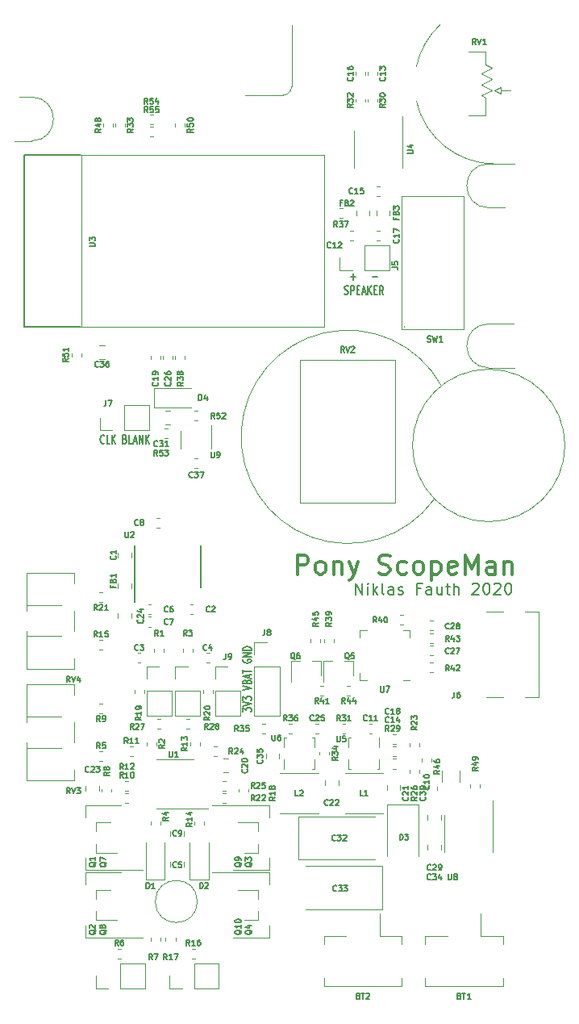
<source format=gto>
G04 #@! TF.GenerationSoftware,KiCad,Pcbnew,5.1.5+dfsg1-2build2*
G04 #@! TF.CreationDate,2020-12-17T19:44:13+01:00*
G04 #@! TF.ProjectId,sony-scopeman,736f6e79-2d73-4636-9f70-656d616e2e6b,rev?*
G04 #@! TF.SameCoordinates,Original*
G04 #@! TF.FileFunction,Legend,Top*
G04 #@! TF.FilePolarity,Positive*
%FSLAX46Y46*%
G04 Gerber Fmt 4.6, Leading zero omitted, Abs format (unit mm)*
G04 Created by KiCad (PCBNEW 5.1.5+dfsg1-2build2) date 2020-12-17 19:44:13*
%MOMM*%
%LPD*%
G04 APERTURE LIST*
%ADD10C,0.150000*%
%ADD11C,0.300000*%
%ADD12C,0.120000*%
%ADD13C,0.050000*%
G04 APERTURE END LIST*
D10*
X135857142Y-102342857D02*
X135857142Y-101142857D01*
X136542857Y-102342857D01*
X136542857Y-101142857D01*
X137114285Y-102342857D02*
X137114285Y-101542857D01*
X137114285Y-101142857D02*
X137057142Y-101200000D01*
X137114285Y-101257142D01*
X137171428Y-101200000D01*
X137114285Y-101142857D01*
X137114285Y-101257142D01*
X137685714Y-102342857D02*
X137685714Y-101142857D01*
X137800000Y-101885714D02*
X138142857Y-102342857D01*
X138142857Y-101542857D02*
X137685714Y-102000000D01*
X138828571Y-102342857D02*
X138714285Y-102285714D01*
X138657142Y-102171428D01*
X138657142Y-101142857D01*
X139800000Y-102342857D02*
X139800000Y-101714285D01*
X139742857Y-101600000D01*
X139628571Y-101542857D01*
X139400000Y-101542857D01*
X139285714Y-101600000D01*
X139800000Y-102285714D02*
X139685714Y-102342857D01*
X139400000Y-102342857D01*
X139285714Y-102285714D01*
X139228571Y-102171428D01*
X139228571Y-102057142D01*
X139285714Y-101942857D01*
X139400000Y-101885714D01*
X139685714Y-101885714D01*
X139800000Y-101828571D01*
X140314285Y-102285714D02*
X140428571Y-102342857D01*
X140657142Y-102342857D01*
X140771428Y-102285714D01*
X140828571Y-102171428D01*
X140828571Y-102114285D01*
X140771428Y-102000000D01*
X140657142Y-101942857D01*
X140485714Y-101942857D01*
X140371428Y-101885714D01*
X140314285Y-101771428D01*
X140314285Y-101714285D01*
X140371428Y-101600000D01*
X140485714Y-101542857D01*
X140657142Y-101542857D01*
X140771428Y-101600000D01*
X142657142Y-101714285D02*
X142257142Y-101714285D01*
X142257142Y-102342857D02*
X142257142Y-101142857D01*
X142828571Y-101142857D01*
X143800000Y-102342857D02*
X143800000Y-101714285D01*
X143742857Y-101600000D01*
X143628571Y-101542857D01*
X143400000Y-101542857D01*
X143285714Y-101600000D01*
X143800000Y-102285714D02*
X143685714Y-102342857D01*
X143400000Y-102342857D01*
X143285714Y-102285714D01*
X143228571Y-102171428D01*
X143228571Y-102057142D01*
X143285714Y-101942857D01*
X143400000Y-101885714D01*
X143685714Y-101885714D01*
X143800000Y-101828571D01*
X144885714Y-101542857D02*
X144885714Y-102342857D01*
X144371428Y-101542857D02*
X144371428Y-102171428D01*
X144428571Y-102285714D01*
X144542857Y-102342857D01*
X144714285Y-102342857D01*
X144828571Y-102285714D01*
X144885714Y-102228571D01*
X145285714Y-101542857D02*
X145742857Y-101542857D01*
X145457142Y-101142857D02*
X145457142Y-102171428D01*
X145514285Y-102285714D01*
X145628571Y-102342857D01*
X145742857Y-102342857D01*
X146142857Y-102342857D02*
X146142857Y-101142857D01*
X146657142Y-102342857D02*
X146657142Y-101714285D01*
X146600000Y-101600000D01*
X146485714Y-101542857D01*
X146314285Y-101542857D01*
X146200000Y-101600000D01*
X146142857Y-101657142D01*
X148085714Y-101257142D02*
X148142857Y-101200000D01*
X148257142Y-101142857D01*
X148542857Y-101142857D01*
X148657142Y-101200000D01*
X148714285Y-101257142D01*
X148771428Y-101371428D01*
X148771428Y-101485714D01*
X148714285Y-101657142D01*
X148028571Y-102342857D01*
X148771428Y-102342857D01*
X149514285Y-101142857D02*
X149628571Y-101142857D01*
X149742857Y-101200000D01*
X149800000Y-101257142D01*
X149857142Y-101371428D01*
X149914285Y-101600000D01*
X149914285Y-101885714D01*
X149857142Y-102114285D01*
X149800000Y-102228571D01*
X149742857Y-102285714D01*
X149628571Y-102342857D01*
X149514285Y-102342857D01*
X149400000Y-102285714D01*
X149342857Y-102228571D01*
X149285714Y-102114285D01*
X149228571Y-101885714D01*
X149228571Y-101600000D01*
X149285714Y-101371428D01*
X149342857Y-101257142D01*
X149400000Y-101200000D01*
X149514285Y-101142857D01*
X150371428Y-101257142D02*
X150428571Y-101200000D01*
X150542857Y-101142857D01*
X150828571Y-101142857D01*
X150942857Y-101200000D01*
X151000000Y-101257142D01*
X151057142Y-101371428D01*
X151057142Y-101485714D01*
X151000000Y-101657142D01*
X150314285Y-102342857D01*
X151057142Y-102342857D01*
X151800000Y-101142857D02*
X151914285Y-101142857D01*
X152028571Y-101200000D01*
X152085714Y-101257142D01*
X152142857Y-101371428D01*
X152200000Y-101600000D01*
X152200000Y-101885714D01*
X152142857Y-102114285D01*
X152085714Y-102228571D01*
X152028571Y-102285714D01*
X151914285Y-102342857D01*
X151800000Y-102342857D01*
X151685714Y-102285714D01*
X151628571Y-102228571D01*
X151571428Y-102114285D01*
X151514285Y-101885714D01*
X151514285Y-101600000D01*
X151571428Y-101371428D01*
X151628571Y-101257142D01*
X151685714Y-101200000D01*
X151800000Y-101142857D01*
D11*
X129714285Y-100204761D02*
X129714285Y-98204761D01*
X130476190Y-98204761D01*
X130666666Y-98300000D01*
X130761904Y-98395238D01*
X130857142Y-98585714D01*
X130857142Y-98871428D01*
X130761904Y-99061904D01*
X130666666Y-99157142D01*
X130476190Y-99252380D01*
X129714285Y-99252380D01*
X132000000Y-100204761D02*
X131809523Y-100109523D01*
X131714285Y-100014285D01*
X131619047Y-99823809D01*
X131619047Y-99252380D01*
X131714285Y-99061904D01*
X131809523Y-98966666D01*
X132000000Y-98871428D01*
X132285714Y-98871428D01*
X132476190Y-98966666D01*
X132571428Y-99061904D01*
X132666666Y-99252380D01*
X132666666Y-99823809D01*
X132571428Y-100014285D01*
X132476190Y-100109523D01*
X132285714Y-100204761D01*
X132000000Y-100204761D01*
X133523809Y-98871428D02*
X133523809Y-100204761D01*
X133523809Y-99061904D02*
X133619047Y-98966666D01*
X133809523Y-98871428D01*
X134095238Y-98871428D01*
X134285714Y-98966666D01*
X134380952Y-99157142D01*
X134380952Y-100204761D01*
X135142857Y-98871428D02*
X135619047Y-100204761D01*
X136095238Y-98871428D02*
X135619047Y-100204761D01*
X135428571Y-100680952D01*
X135333333Y-100776190D01*
X135142857Y-100871428D01*
X138285714Y-100109523D02*
X138571428Y-100204761D01*
X139047619Y-100204761D01*
X139238095Y-100109523D01*
X139333333Y-100014285D01*
X139428571Y-99823809D01*
X139428571Y-99633333D01*
X139333333Y-99442857D01*
X139238095Y-99347619D01*
X139047619Y-99252380D01*
X138666666Y-99157142D01*
X138476190Y-99061904D01*
X138380952Y-98966666D01*
X138285714Y-98776190D01*
X138285714Y-98585714D01*
X138380952Y-98395238D01*
X138476190Y-98300000D01*
X138666666Y-98204761D01*
X139142857Y-98204761D01*
X139428571Y-98300000D01*
X141142857Y-100109523D02*
X140952380Y-100204761D01*
X140571428Y-100204761D01*
X140380952Y-100109523D01*
X140285714Y-100014285D01*
X140190476Y-99823809D01*
X140190476Y-99252380D01*
X140285714Y-99061904D01*
X140380952Y-98966666D01*
X140571428Y-98871428D01*
X140952380Y-98871428D01*
X141142857Y-98966666D01*
X142285714Y-100204761D02*
X142095238Y-100109523D01*
X142000000Y-100014285D01*
X141904761Y-99823809D01*
X141904761Y-99252380D01*
X142000000Y-99061904D01*
X142095238Y-98966666D01*
X142285714Y-98871428D01*
X142571428Y-98871428D01*
X142761904Y-98966666D01*
X142857142Y-99061904D01*
X142952380Y-99252380D01*
X142952380Y-99823809D01*
X142857142Y-100014285D01*
X142761904Y-100109523D01*
X142571428Y-100204761D01*
X142285714Y-100204761D01*
X143809523Y-98871428D02*
X143809523Y-100871428D01*
X143809523Y-98966666D02*
X144000000Y-98871428D01*
X144380952Y-98871428D01*
X144571428Y-98966666D01*
X144666666Y-99061904D01*
X144761904Y-99252380D01*
X144761904Y-99823809D01*
X144666666Y-100014285D01*
X144571428Y-100109523D01*
X144380952Y-100204761D01*
X144000000Y-100204761D01*
X143809523Y-100109523D01*
X146380952Y-100109523D02*
X146190476Y-100204761D01*
X145809523Y-100204761D01*
X145619047Y-100109523D01*
X145523809Y-99919047D01*
X145523809Y-99157142D01*
X145619047Y-98966666D01*
X145809523Y-98871428D01*
X146190476Y-98871428D01*
X146380952Y-98966666D01*
X146476190Y-99157142D01*
X146476190Y-99347619D01*
X145523809Y-99538095D01*
X147333333Y-100204761D02*
X147333333Y-98204761D01*
X148000000Y-99633333D01*
X148666666Y-98204761D01*
X148666666Y-100204761D01*
X150476190Y-100204761D02*
X150476190Y-99157142D01*
X150380952Y-98966666D01*
X150190476Y-98871428D01*
X149809523Y-98871428D01*
X149619047Y-98966666D01*
X150476190Y-100109523D02*
X150285714Y-100204761D01*
X149809523Y-100204761D01*
X149619047Y-100109523D01*
X149523809Y-99919047D01*
X149523809Y-99728571D01*
X149619047Y-99538095D01*
X149809523Y-99442857D01*
X150285714Y-99442857D01*
X150476190Y-99347619D01*
X151428571Y-98871428D02*
X151428571Y-100204761D01*
X151428571Y-99061904D02*
X151523809Y-98966666D01*
X151714285Y-98871428D01*
X152000000Y-98871428D01*
X152190476Y-98966666D01*
X152285714Y-99157142D01*
X152285714Y-100204761D01*
D10*
X135307142Y-69014285D02*
X135802380Y-69014285D01*
X135554761Y-69357142D02*
X135554761Y-68671428D01*
X137597619Y-69014285D02*
X138092857Y-69014285D01*
X134672619Y-70814285D02*
X134765476Y-70857142D01*
X134920238Y-70857142D01*
X134982142Y-70814285D01*
X135013095Y-70771428D01*
X135044047Y-70685714D01*
X135044047Y-70600000D01*
X135013095Y-70514285D01*
X134982142Y-70471428D01*
X134920238Y-70428571D01*
X134796428Y-70385714D01*
X134734523Y-70342857D01*
X134703571Y-70300000D01*
X134672619Y-70214285D01*
X134672619Y-70128571D01*
X134703571Y-70042857D01*
X134734523Y-70000000D01*
X134796428Y-69957142D01*
X134951190Y-69957142D01*
X135044047Y-70000000D01*
X135322619Y-70857142D02*
X135322619Y-69957142D01*
X135570238Y-69957142D01*
X135632142Y-70000000D01*
X135663095Y-70042857D01*
X135694047Y-70128571D01*
X135694047Y-70257142D01*
X135663095Y-70342857D01*
X135632142Y-70385714D01*
X135570238Y-70428571D01*
X135322619Y-70428571D01*
X135972619Y-70385714D02*
X136189285Y-70385714D01*
X136282142Y-70857142D02*
X135972619Y-70857142D01*
X135972619Y-69957142D01*
X136282142Y-69957142D01*
X136529761Y-70600000D02*
X136839285Y-70600000D01*
X136467857Y-70857142D02*
X136684523Y-69957142D01*
X136901190Y-70857142D01*
X137117857Y-70857142D02*
X137117857Y-69957142D01*
X137489285Y-70857142D02*
X137210714Y-70342857D01*
X137489285Y-69957142D02*
X137117857Y-70471428D01*
X137767857Y-70385714D02*
X137984523Y-70385714D01*
X138077380Y-70857142D02*
X137767857Y-70857142D01*
X137767857Y-69957142D01*
X138077380Y-69957142D01*
X138727380Y-70857142D02*
X138510714Y-70428571D01*
X138355952Y-70857142D02*
X138355952Y-69957142D01*
X138603571Y-69957142D01*
X138665476Y-70000000D01*
X138696428Y-70042857D01*
X138727380Y-70128571D01*
X138727380Y-70257142D01*
X138696428Y-70342857D01*
X138665476Y-70385714D01*
X138603571Y-70428571D01*
X138355952Y-70428571D01*
X109433333Y-86421428D02*
X109402380Y-86464285D01*
X109309523Y-86507142D01*
X109247619Y-86507142D01*
X109154761Y-86464285D01*
X109092857Y-86378571D01*
X109061904Y-86292857D01*
X109030952Y-86121428D01*
X109030952Y-85992857D01*
X109061904Y-85821428D01*
X109092857Y-85735714D01*
X109154761Y-85650000D01*
X109247619Y-85607142D01*
X109309523Y-85607142D01*
X109402380Y-85650000D01*
X109433333Y-85692857D01*
X110021428Y-86507142D02*
X109711904Y-86507142D01*
X109711904Y-85607142D01*
X110238095Y-86507142D02*
X110238095Y-85607142D01*
X110609523Y-86507142D02*
X110330952Y-85992857D01*
X110609523Y-85607142D02*
X110238095Y-86121428D01*
X111600000Y-86035714D02*
X111692857Y-86078571D01*
X111723809Y-86121428D01*
X111754761Y-86207142D01*
X111754761Y-86335714D01*
X111723809Y-86421428D01*
X111692857Y-86464285D01*
X111630952Y-86507142D01*
X111383333Y-86507142D01*
X111383333Y-85607142D01*
X111600000Y-85607142D01*
X111661904Y-85650000D01*
X111692857Y-85692857D01*
X111723809Y-85778571D01*
X111723809Y-85864285D01*
X111692857Y-85950000D01*
X111661904Y-85992857D01*
X111600000Y-86035714D01*
X111383333Y-86035714D01*
X112342857Y-86507142D02*
X112033333Y-86507142D01*
X112033333Y-85607142D01*
X112528571Y-86250000D02*
X112838095Y-86250000D01*
X112466666Y-86507142D02*
X112683333Y-85607142D01*
X112900000Y-86507142D01*
X113116666Y-86507142D02*
X113116666Y-85607142D01*
X113488095Y-86507142D01*
X113488095Y-85607142D01*
X113797619Y-86507142D02*
X113797619Y-85607142D01*
X114169047Y-86507142D02*
X113890476Y-85992857D01*
X114169047Y-85607142D02*
X113797619Y-86121428D01*
X124007142Y-114620238D02*
X124007142Y-114217857D01*
X124350000Y-114434523D01*
X124350000Y-114341666D01*
X124392857Y-114279761D01*
X124435714Y-114248809D01*
X124521428Y-114217857D01*
X124735714Y-114217857D01*
X124821428Y-114248809D01*
X124864285Y-114279761D01*
X124907142Y-114341666D01*
X124907142Y-114527380D01*
X124864285Y-114589285D01*
X124821428Y-114620238D01*
X124007142Y-114032142D02*
X124907142Y-113815476D01*
X124007142Y-113598809D01*
X124007142Y-113444047D02*
X124007142Y-113041666D01*
X124350000Y-113258333D01*
X124350000Y-113165476D01*
X124392857Y-113103571D01*
X124435714Y-113072619D01*
X124521428Y-113041666D01*
X124735714Y-113041666D01*
X124821428Y-113072619D01*
X124864285Y-113103571D01*
X124907142Y-113165476D01*
X124907142Y-113351190D01*
X124864285Y-113413095D01*
X124821428Y-113444047D01*
X124007142Y-112360714D02*
X124907142Y-112144047D01*
X124007142Y-111927380D01*
X124435714Y-111494047D02*
X124478571Y-111401190D01*
X124521428Y-111370238D01*
X124607142Y-111339285D01*
X124735714Y-111339285D01*
X124821428Y-111370238D01*
X124864285Y-111401190D01*
X124907142Y-111463095D01*
X124907142Y-111710714D01*
X124007142Y-111710714D01*
X124007142Y-111494047D01*
X124050000Y-111432142D01*
X124092857Y-111401190D01*
X124178571Y-111370238D01*
X124264285Y-111370238D01*
X124350000Y-111401190D01*
X124392857Y-111432142D01*
X124435714Y-111494047D01*
X124435714Y-111710714D01*
X124650000Y-111091666D02*
X124650000Y-110782142D01*
X124907142Y-111153571D02*
X124007142Y-110936904D01*
X124907142Y-110720238D01*
X124007142Y-110596428D02*
X124007142Y-110225000D01*
X124907142Y-110410714D02*
X124007142Y-110410714D01*
X124050000Y-109172619D02*
X124007142Y-109234523D01*
X124007142Y-109327380D01*
X124050000Y-109420238D01*
X124135714Y-109482142D01*
X124221428Y-109513095D01*
X124392857Y-109544047D01*
X124521428Y-109544047D01*
X124692857Y-109513095D01*
X124778571Y-109482142D01*
X124864285Y-109420238D01*
X124907142Y-109327380D01*
X124907142Y-109265476D01*
X124864285Y-109172619D01*
X124821428Y-109141666D01*
X124521428Y-109141666D01*
X124521428Y-109265476D01*
X124907142Y-108863095D02*
X124007142Y-108863095D01*
X124907142Y-108491666D01*
X124007142Y-108491666D01*
X124907142Y-108182142D02*
X124007142Y-108182142D01*
X124007142Y-108027380D01*
X124050000Y-107934523D01*
X124135714Y-107872619D01*
X124221428Y-107841666D01*
X124392857Y-107810714D01*
X124521428Y-107810714D01*
X124692857Y-107841666D01*
X124778571Y-107872619D01*
X124864285Y-107934523D01*
X124907142Y-108027380D01*
X124907142Y-108182142D01*
D12*
X144057774Y-92369375D02*
G75*
G02X144799999Y-80400001I-9057774J6569375D01*
G01*
X157800000Y-86700000D02*
G75*
G03X157800000Y-86700000I-8000000J0D01*
G01*
X150500000Y-57170182D02*
G75*
G02X142200002Y-50550000I1J8513119D01*
G01*
X142202878Y-46950624D02*
G75*
G02X144700001Y-42550001I8297122J-1799376D01*
G01*
X119209072Y-134550000D02*
G75*
G03X119209072Y-134550000I-2209072J0D01*
G01*
X129100000Y-49050000D02*
G75*
G02X128200000Y-49950000I-900000J0D01*
G01*
X129100000Y-49050000D02*
X129100000Y-42550000D01*
X124200000Y-49950000D02*
X128200000Y-49950000D01*
X101800000Y-50149999D02*
G75*
G02X101800000Y-54750001I0J-2300001D01*
G01*
X101800000Y-54750001D02*
X100000000Y-54750001D01*
X101800000Y-50149999D02*
X100499999Y-50150000D01*
X149800000Y-78550001D02*
G75*
G02X149800000Y-73949999I0J2300001D01*
G01*
X149800000Y-73949999D02*
X152400000Y-73949999D01*
X149800000Y-78550000D02*
X152500000Y-78550001D01*
X149800000Y-57149999D02*
X152500000Y-57149999D01*
X149800000Y-61750000D02*
X151500000Y-61750000D01*
X149800000Y-61750001D02*
G75*
G02X149800000Y-57149999I0J2300001D01*
G01*
X151100000Y-49150000D02*
X151100000Y-49450000D01*
X150400000Y-49450000D02*
X151100000Y-49150000D01*
X151100000Y-49750000D02*
X150400000Y-49450000D01*
X151100000Y-49450000D02*
X151100000Y-49750000D01*
X152100000Y-49450000D02*
X151100000Y-49450000D01*
X149500000Y-45350000D02*
X147700000Y-45350000D01*
X149500000Y-46750000D02*
X149500000Y-45350000D01*
X150100000Y-47050000D02*
X149500000Y-46750000D01*
X149000000Y-47650000D02*
X150100000Y-47050000D01*
X150100000Y-48250000D02*
X149000000Y-47650000D01*
X149000000Y-48850000D02*
X150100000Y-48250000D01*
X150100000Y-49450000D02*
X149000000Y-48850000D01*
X149000000Y-49950000D02*
X150100000Y-49450000D01*
X149500000Y-50250000D02*
X149000000Y-49950000D01*
X149500000Y-52050000D02*
X149500000Y-50250000D01*
X147700000Y-52049999D02*
X149500000Y-52050000D01*
X140900000Y-74150000D02*
X140900000Y-74250000D01*
X119262779Y-88090000D02*
X118937221Y-88090000D01*
X119262779Y-89110000D02*
X118937221Y-89110000D01*
X114562779Y-53290000D02*
X114237221Y-53290000D01*
X114562779Y-54310000D02*
X114237221Y-54310000D01*
X114562779Y-51990000D02*
X114237221Y-51990000D01*
X114562779Y-53010000D02*
X114237221Y-53010000D01*
X128290000Y-120640000D02*
X128290000Y-119635000D01*
X128290000Y-117390000D02*
X128520000Y-117390000D01*
X128290000Y-118365000D02*
X128290000Y-117390000D01*
X131510000Y-118365000D02*
X131510000Y-117390000D01*
X131280000Y-117390000D02*
X131510000Y-117390000D01*
X131510000Y-120610000D02*
X131510000Y-119635000D01*
X131280000Y-120610000D02*
X131510000Y-120610000D01*
X138310000Y-117360000D02*
X138310000Y-118365000D01*
X138310000Y-120610000D02*
X138080000Y-120610000D01*
X138310000Y-119635000D02*
X138310000Y-120610000D01*
X135090000Y-119635000D02*
X135090000Y-120610000D01*
X135320000Y-120610000D02*
X135090000Y-120610000D01*
X135090000Y-117390000D02*
X135090000Y-118365000D01*
X135320000Y-117390000D02*
X135090000Y-117390000D01*
X109458578Y-76190000D02*
X108941422Y-76190000D01*
X109458578Y-77610000D02*
X108941422Y-77610000D01*
X127810000Y-119558578D02*
X127810000Y-119041422D01*
X126390000Y-119558578D02*
X126390000Y-119041422D01*
X144810000Y-129158578D02*
X144810000Y-128641422D01*
X143390000Y-129158578D02*
X143390000Y-128641422D01*
X150260000Y-127400000D02*
X150260000Y-123950000D01*
X150260000Y-127400000D02*
X150260000Y-129350000D01*
X145140000Y-127400000D02*
X145140000Y-125450000D01*
X145140000Y-127400000D02*
X145140000Y-129350000D01*
X144890000Y-120797936D02*
X144890000Y-122002064D01*
X146710000Y-120797936D02*
X146710000Y-122002064D01*
X143115000Y-143410000D02*
X143115000Y-142560000D01*
X151285000Y-143410000D02*
X143115000Y-143410000D01*
X151285000Y-142560000D02*
X151285000Y-143410000D01*
X143115000Y-138190000D02*
X145440000Y-138190000D01*
X143115000Y-139040000D02*
X143115000Y-138190000D01*
X148960000Y-138190000D02*
X148960000Y-135800000D01*
X151285000Y-138190000D02*
X148960000Y-138190000D01*
X151285000Y-139040000D02*
X151285000Y-138190000D01*
X132515000Y-143410000D02*
X132515000Y-142560000D01*
X140685000Y-143410000D02*
X132515000Y-143410000D01*
X140685000Y-142560000D02*
X140685000Y-143410000D01*
X132515000Y-138190000D02*
X134840000Y-138190000D01*
X132515000Y-139040000D02*
X132515000Y-138190000D01*
X138360000Y-138190000D02*
X138360000Y-135800000D01*
X140685000Y-138190000D02*
X138360000Y-138190000D01*
X140685000Y-139040000D02*
X140685000Y-138190000D01*
X125610000Y-136480000D02*
X124150000Y-136480000D01*
X125610000Y-133320000D02*
X123450000Y-133320000D01*
X125610000Y-133320000D02*
X125610000Y-134250000D01*
X125610000Y-136480000D02*
X125610000Y-135550000D01*
X125610000Y-129430000D02*
X124150000Y-129430000D01*
X125610000Y-126270000D02*
X123450000Y-126270000D01*
X125610000Y-126270000D02*
X125610000Y-127200000D01*
X125610000Y-129430000D02*
X125610000Y-128500000D01*
X108590001Y-133320000D02*
X110050001Y-133320000D01*
X108590001Y-136480000D02*
X110750001Y-136480000D01*
X108590001Y-136480000D02*
X108590001Y-135550000D01*
X108590001Y-133320000D02*
X108590001Y-134250000D01*
X108590000Y-126270000D02*
X110050000Y-126270000D01*
X108590000Y-129430000D02*
X110750000Y-129430000D01*
X108590000Y-129430000D02*
X108590000Y-128500000D01*
X108590000Y-126270000D02*
X108590000Y-127200000D01*
X138610000Y-130840000D02*
X130550000Y-130840000D01*
X138610000Y-135360000D02*
X138610000Y-130840000D01*
X130550000Y-135360000D02*
X138610000Y-135360000D01*
X129790000Y-130160000D02*
X137850000Y-130160000D01*
X129790000Y-125640000D02*
X129790000Y-130160000D01*
X137850000Y-125640000D02*
X129790000Y-125640000D01*
X101280000Y-104027000D02*
X101280000Y-103480000D01*
X101280000Y-106720000D02*
X101280000Y-106172000D01*
X106321000Y-106174000D02*
X106321000Y-104025000D01*
X104963000Y-103480000D02*
X101280000Y-103480000D01*
X104963000Y-106720000D02*
X101280000Y-106720000D01*
X106321000Y-106174000D02*
X106321000Y-104025000D01*
X106321000Y-110121000D02*
X106321000Y-109026000D01*
X106321000Y-101175000D02*
X106321000Y-100080000D01*
X101280000Y-104027000D02*
X101280000Y-100080000D01*
X101280000Y-110121000D02*
X101280000Y-106172000D01*
X106321000Y-100080000D02*
X101280000Y-100080000D01*
X106321000Y-110121000D02*
X101280000Y-110121000D01*
X101280000Y-115727000D02*
X101280000Y-115180000D01*
X101280000Y-118420000D02*
X101280000Y-117872000D01*
X106321000Y-117874000D02*
X106321000Y-115725000D01*
X104963000Y-115180000D02*
X101280000Y-115180000D01*
X104963000Y-118420000D02*
X101280000Y-118420000D01*
X106321000Y-117874000D02*
X106321000Y-115725000D01*
X106321000Y-121821000D02*
X106321000Y-120726000D01*
X106321000Y-112875000D02*
X106321000Y-111780000D01*
X101280000Y-115727000D02*
X101280000Y-111780000D01*
X101280000Y-121821000D02*
X101280000Y-117872000D01*
X106321000Y-111780000D02*
X101280000Y-111780000D01*
X106321000Y-121821000D02*
X101280000Y-121821000D01*
X131900000Y-121100000D02*
X127900000Y-121100000D01*
X131900000Y-125300000D02*
X127900000Y-125300000D01*
X138700000Y-121100000D02*
X134700000Y-121100000D01*
X138700000Y-125300000D02*
X134700000Y-125300000D01*
X121070000Y-109870000D02*
X122400000Y-109870000D01*
X121070000Y-111200000D02*
X121070000Y-109870000D01*
X121070000Y-112470000D02*
X123730000Y-112470000D01*
X123730000Y-112470000D02*
X123730000Y-115070000D01*
X121070000Y-112470000D02*
X121070000Y-115070000D01*
X121070000Y-115070000D02*
X123730000Y-115070000D01*
X125170000Y-107330000D02*
X126500000Y-107330000D01*
X125170000Y-108660000D02*
X125170000Y-107330000D01*
X125170000Y-109930000D02*
X127830000Y-109930000D01*
X127830000Y-109930000D02*
X127830000Y-115070000D01*
X125170000Y-109930000D02*
X125170000Y-115070000D01*
X125170000Y-115070000D02*
X127830000Y-115070000D01*
X108970000Y-85130000D02*
X108970000Y-83800000D01*
X110300000Y-85130000D02*
X108970000Y-85130000D01*
X111570000Y-85130000D02*
X111570000Y-82470000D01*
X111570000Y-82470000D02*
X114170000Y-82470000D01*
X111570000Y-85130000D02*
X114170000Y-85130000D01*
X114170000Y-85130000D02*
X114170000Y-82470000D01*
X134170000Y-68330000D02*
X134170000Y-67000000D01*
X135500000Y-68330000D02*
X134170000Y-68330000D01*
X136770000Y-68330000D02*
X136770000Y-65670000D01*
X136770000Y-65670000D02*
X139370000Y-65670000D01*
X136770000Y-68330000D02*
X139370000Y-68330000D01*
X139370000Y-68330000D02*
X139370000Y-65670000D01*
X116270000Y-143680000D02*
X116270000Y-142350000D01*
X117600000Y-143680000D02*
X116270000Y-143680000D01*
X118870000Y-143680000D02*
X118870000Y-141020000D01*
X118870000Y-141020000D02*
X121470000Y-141020000D01*
X118870000Y-143680000D02*
X121470000Y-143680000D01*
X121470000Y-143680000D02*
X121470000Y-141020000D01*
X116870000Y-109870000D02*
X118200000Y-109870000D01*
X116870000Y-111200000D02*
X116870000Y-109870000D01*
X116870000Y-112470000D02*
X119530000Y-112470000D01*
X119530000Y-112470000D02*
X119530000Y-115070000D01*
X116870000Y-112470000D02*
X116870000Y-115070000D01*
X116870000Y-115070000D02*
X119530000Y-115070000D01*
X108530000Y-143680000D02*
X108530000Y-142350000D01*
X109860000Y-143680000D02*
X108530000Y-143680000D01*
X111130000Y-143680000D02*
X111130000Y-141020000D01*
X111130000Y-141020000D02*
X113730000Y-141020000D01*
X111130000Y-143680000D02*
X113730000Y-143680000D01*
X113730000Y-143680000D02*
X113730000Y-141020000D01*
X113870000Y-109870000D02*
X115200000Y-109870000D01*
X113870000Y-111200000D02*
X113870000Y-109870000D01*
X113870000Y-112470000D02*
X116530000Y-112470000D01*
X116530000Y-112470000D02*
X116530000Y-115070000D01*
X113870000Y-112470000D02*
X113870000Y-115070000D01*
X113870000Y-115070000D02*
X116530000Y-115070000D01*
X137990000Y-62041422D02*
X137990000Y-62558578D01*
X139410000Y-62041422D02*
X139410000Y-62558578D01*
X137310000Y-62558578D02*
X137310000Y-62041422D01*
X135890000Y-62558578D02*
X135890000Y-62041422D01*
X112310000Y-101658578D02*
X112310000Y-101141422D01*
X110890000Y-101658578D02*
X110890000Y-101141422D01*
X114650000Y-80700000D02*
X118550000Y-80700000D01*
X114650000Y-82700000D02*
X118550000Y-82700000D01*
X114650000Y-80700000D02*
X114650000Y-82700000D01*
X142450000Y-124400000D02*
X142450000Y-129800000D01*
X139150000Y-124400000D02*
X139150000Y-129800000D01*
X142450000Y-124400000D02*
X139150000Y-124400000D01*
X118400000Y-132250000D02*
X118400000Y-128350000D01*
X120400000Y-132250000D02*
X120400000Y-128350000D01*
X118400000Y-132250000D02*
X120400000Y-132250000D01*
X113800000Y-132250000D02*
X113800000Y-128350000D01*
X115800000Y-132250000D02*
X115800000Y-128350000D01*
X113800000Y-132250000D02*
X115800000Y-132250000D01*
X120710000Y-87000000D02*
X120710000Y-84550000D01*
X117490000Y-85200000D02*
X117490000Y-87000000D01*
X140785000Y-111310000D02*
X141510000Y-111310000D01*
X136290000Y-106090000D02*
X136290000Y-106815000D01*
X137015000Y-106090000D02*
X136290000Y-106090000D01*
X141510000Y-106090000D02*
X141510000Y-106815000D01*
X140785000Y-106090000D02*
X141510000Y-106090000D01*
X136290000Y-111310000D02*
X136290000Y-110585000D01*
X137015000Y-111310000D02*
X136290000Y-111310000D01*
X140760000Y-55600000D02*
X140760000Y-52150000D01*
X140760000Y-55600000D02*
X140760000Y-57550000D01*
X135640000Y-55600000D02*
X135640000Y-53650000D01*
X135640000Y-55600000D02*
X135640000Y-57550000D01*
D13*
X132550000Y-56250000D02*
X132550000Y-74250000D01*
X107020000Y-56250000D02*
X132550000Y-56250000D01*
X107020000Y-74250000D02*
X107020000Y-56250000D01*
X132550000Y-74250000D02*
X107020000Y-74250000D01*
D10*
X106965000Y-74267000D02*
X100996000Y-74267000D01*
X106965000Y-56233000D02*
X100996000Y-56233000D01*
X100996000Y-56233000D02*
X100996000Y-74267000D01*
X112650000Y-103150000D02*
X112650000Y-97175000D01*
X119550000Y-101625000D02*
X119550000Y-97175000D01*
D12*
X116900000Y-124760000D02*
X120350000Y-124760000D01*
X116900000Y-124760000D02*
X114950000Y-124760000D01*
X116900000Y-119640000D02*
X118850000Y-119640000D01*
X116900000Y-119640000D02*
X114950000Y-119640000D01*
X115737221Y-85909999D02*
X116062779Y-85909999D01*
X115737221Y-84889999D02*
X116062779Y-84889999D01*
X118937221Y-84110000D02*
X119262779Y-84110000D01*
X118937221Y-83090000D02*
X119262779Y-83090000D01*
X105990000Y-77024721D02*
X105990000Y-77350279D01*
X107010000Y-77024721D02*
X107010000Y-77350279D01*
X116890000Y-52924722D02*
X116890000Y-53250280D01*
X117910000Y-52924722D02*
X117910000Y-53250280D01*
X148910000Y-122562779D02*
X148910000Y-122237221D01*
X147890000Y-122562779D02*
X147890000Y-122237221D01*
X109290000Y-52924721D02*
X109290000Y-53250279D01*
X110310000Y-52924721D02*
X110310000Y-53250279D01*
X131090000Y-107049720D02*
X131090000Y-107375278D01*
X132110000Y-107049720D02*
X132110000Y-107375278D01*
X134937221Y-112910000D02*
X135262779Y-112910000D01*
X134937221Y-111890000D02*
X135262779Y-111890000D01*
X143637221Y-107410000D02*
X143962779Y-107410000D01*
X143637221Y-106390000D02*
X143962779Y-106390000D01*
X143637221Y-110510000D02*
X143962779Y-110510000D01*
X143637221Y-109490000D02*
X143962779Y-109490000D01*
X132462779Y-111890000D02*
X132137221Y-111890000D01*
X132462779Y-112910000D02*
X132137221Y-112910000D01*
X140524721Y-105510000D02*
X140850279Y-105510000D01*
X140524721Y-104490000D02*
X140850279Y-104490000D01*
X132490000Y-107037221D02*
X132490000Y-107362779D01*
X133510000Y-107037221D02*
X133510000Y-107362779D01*
X116890000Y-77324722D02*
X116890000Y-77650280D01*
X117910000Y-77324722D02*
X117910000Y-77650280D01*
X134462779Y-61790000D02*
X134137221Y-61790000D01*
X134462779Y-62810000D02*
X134137221Y-62810000D01*
X128837221Y-116910000D02*
X129162779Y-116910000D01*
X128837221Y-115890000D02*
X129162779Y-115890000D01*
X126037221Y-116910000D02*
X126362779Y-116910000D01*
X126037221Y-115890000D02*
X126362779Y-115890000D01*
X133010000Y-119162779D02*
X133010000Y-118837221D01*
X131990000Y-119162779D02*
X131990000Y-118837221D01*
X110590000Y-52937221D02*
X110590000Y-53262779D01*
X111610000Y-52937221D02*
X111610000Y-53262779D01*
X136810000Y-50662779D02*
X136810000Y-50337221D01*
X135790000Y-50662779D02*
X135790000Y-50337221D01*
X134762779Y-115890000D02*
X134437221Y-115890000D01*
X134762779Y-116910000D02*
X134437221Y-116910000D01*
X138110000Y-50662779D02*
X138110000Y-50337221D01*
X137090000Y-50662779D02*
X137090000Y-50337221D01*
X139737221Y-120610000D02*
X140062779Y-120610000D01*
X139737221Y-119590000D02*
X140062779Y-119590000D01*
X118037221Y-116410000D02*
X118362779Y-116410000D01*
X118037221Y-115390000D02*
X118362779Y-115390000D01*
X115362779Y-115390000D02*
X115037221Y-115390000D01*
X115362779Y-116410000D02*
X115037221Y-116410000D01*
X141490000Y-120737221D02*
X141490000Y-121062779D01*
X142510000Y-120737221D02*
X142510000Y-121062779D01*
X121837221Y-122910000D02*
X122162779Y-122910000D01*
X121837221Y-121890000D02*
X122162779Y-121890000D01*
X121262779Y-118290000D02*
X120937221Y-118290000D01*
X121262779Y-119310000D02*
X120937221Y-119310000D01*
X142510000Y-118262779D02*
X142510000Y-117937221D01*
X141490000Y-118262779D02*
X141490000Y-117937221D01*
X122162779Y-123190000D02*
X121837221Y-123190000D01*
X122162779Y-124210000D02*
X121837221Y-124210000D01*
X109262779Y-102090000D02*
X108937221Y-102090000D01*
X109262779Y-103110000D02*
X108937221Y-103110000D01*
X120810000Y-112662779D02*
X120810000Y-112337221D01*
X119790000Y-112662779D02*
X119790000Y-112337221D01*
X113610000Y-112662779D02*
X113610000Y-112337221D01*
X112590000Y-112662779D02*
X112590000Y-112337221D01*
X124610000Y-123062779D02*
X124610000Y-122737221D01*
X123590000Y-123062779D02*
X123590000Y-122737221D01*
X116910000Y-138662779D02*
X116910000Y-138337221D01*
X115890000Y-138662779D02*
X115890000Y-138337221D01*
X118637221Y-140510000D02*
X118962779Y-140510000D01*
X118637221Y-139490000D02*
X118962779Y-139490000D01*
X108937221Y-108110000D02*
X109262779Y-108110000D01*
X108937221Y-107090000D02*
X109262779Y-107090000D01*
X119910000Y-126462779D02*
X119910000Y-126137221D01*
X118890000Y-126462779D02*
X118890000Y-126137221D01*
X119510000Y-118175278D02*
X119510000Y-117849720D01*
X118490000Y-118175278D02*
X118490000Y-117849720D01*
X111962779Y-121890000D02*
X111637221Y-121890000D01*
X111962779Y-122910000D02*
X111637221Y-122910000D01*
X112137221Y-119310000D02*
X112462779Y-119310000D01*
X112137221Y-118290000D02*
X112462779Y-118290000D01*
X111637221Y-124210000D02*
X111962779Y-124210000D01*
X111637221Y-123190000D02*
X111962779Y-123190000D01*
X109262779Y-113790000D02*
X108937221Y-113790000D01*
X109262779Y-114810000D02*
X108937221Y-114810000D01*
X110210000Y-123062779D02*
X110210000Y-122737221D01*
X109190000Y-123062779D02*
X109190000Y-122737221D01*
X115310000Y-138662779D02*
X115310000Y-138337221D01*
X114290000Y-138662779D02*
X114290000Y-138337221D01*
X110837221Y-140510000D02*
X111162779Y-140510000D01*
X110837221Y-139490000D02*
X111162779Y-139490000D01*
X108937221Y-119810000D02*
X109262779Y-119810000D01*
X108937221Y-118790000D02*
X109262779Y-118790000D01*
X115310000Y-126462779D02*
X115310000Y-126137221D01*
X114290000Y-126462779D02*
X114290000Y-126137221D01*
X118710000Y-108362779D02*
X118710000Y-108037221D01*
X117690000Y-108362779D02*
X117690000Y-108037221D01*
X114910000Y-118162779D02*
X114910000Y-117837221D01*
X113890000Y-118162779D02*
X113890000Y-117837221D01*
X115710000Y-108362779D02*
X115710000Y-108037221D01*
X114690000Y-108362779D02*
X114690000Y-108037221D01*
X132180000Y-109340000D02*
X132180000Y-110800000D01*
X129020000Y-109340000D02*
X129020000Y-111500000D01*
X129020000Y-109340000D02*
X129950000Y-109340000D01*
X132180000Y-109340000D02*
X131250000Y-109340000D01*
X135580000Y-109340000D02*
X135580000Y-110800000D01*
X132420000Y-109340000D02*
X132420000Y-111500000D01*
X132420000Y-109340000D02*
X133350000Y-109340000D01*
X135580000Y-109340000D02*
X134650000Y-109340000D01*
X120750000Y-131490000D02*
X126760000Y-131490000D01*
X123000000Y-138310000D02*
X126760000Y-138310000D01*
X126760000Y-131490000D02*
X126760000Y-132750000D01*
X126760000Y-138310000D02*
X126760000Y-137050000D01*
X120750000Y-124440000D02*
X126760000Y-124440000D01*
X123000000Y-131260000D02*
X126760000Y-131260000D01*
X126760000Y-124440000D02*
X126760000Y-125700000D01*
X126760000Y-131260000D02*
X126760000Y-130000000D01*
X113450001Y-138310000D02*
X107440001Y-138310000D01*
X111200001Y-131490000D02*
X107440001Y-131490000D01*
X107440001Y-138310000D02*
X107440001Y-137050000D01*
X107440001Y-131490000D02*
X107440001Y-132750000D01*
X113450000Y-131260000D02*
X107440000Y-131260000D01*
X111200000Y-124440000D02*
X107440000Y-124440000D01*
X107440000Y-131260000D02*
X107440000Y-130000000D01*
X107440000Y-124440000D02*
X107440000Y-125700000D01*
X149530000Y-113120000D02*
X151330000Y-113120000D01*
X155040000Y-113120000D02*
X153580000Y-113120000D01*
X155040000Y-104180000D02*
X153580000Y-104180000D01*
X149530000Y-104180000D02*
X151330000Y-104180000D01*
X155040000Y-104180000D02*
X155040000Y-113120000D01*
X115841422Y-84510000D02*
X116358578Y-84510000D01*
X115841422Y-83090000D02*
X116358578Y-83090000D01*
X144410000Y-122862779D02*
X144410000Y-122537221D01*
X143390000Y-122862779D02*
X143390000Y-122537221D01*
X143390000Y-125441422D02*
X143390000Y-125958578D01*
X144810000Y-125441422D02*
X144810000Y-125958578D01*
X143637221Y-106110000D02*
X143962779Y-106110000D01*
X143637221Y-105090000D02*
X143962779Y-105090000D01*
X143637221Y-108710000D02*
X143962779Y-108710000D01*
X143637221Y-107690000D02*
X143962779Y-107690000D01*
X115590000Y-77337221D02*
X115590000Y-77662779D01*
X116610000Y-77337221D02*
X116610000Y-77662779D01*
X131962779Y-115890000D02*
X131637221Y-115890000D01*
X131962779Y-116910000D02*
X131637221Y-116910000D01*
X110890000Y-104341422D02*
X110890000Y-104858578D01*
X112310000Y-104341422D02*
X112310000Y-104858578D01*
X108910000Y-122958578D02*
X108910000Y-122441422D01*
X107490000Y-122958578D02*
X107490000Y-122441422D01*
X132590000Y-121841422D02*
X132590000Y-122358578D01*
X134010000Y-121841422D02*
X134010000Y-122358578D01*
X139090000Y-122341422D02*
X139090000Y-122858578D01*
X140510000Y-122341422D02*
X140510000Y-122858578D01*
X121941422Y-121010000D02*
X122458578Y-121010000D01*
X121941422Y-119590000D02*
X122458578Y-119590000D01*
X114290000Y-77337221D02*
X114290000Y-77662779D01*
X115310000Y-77337221D02*
X115310000Y-77662779D01*
X139737221Y-118010000D02*
X140062779Y-118010000D01*
X139737221Y-116990000D02*
X140062779Y-116990000D01*
X138037221Y-65210000D02*
X138362779Y-65210000D01*
X138037221Y-64190000D02*
X138362779Y-64190000D01*
X136810000Y-47862779D02*
X136810000Y-47537221D01*
X135790000Y-47862779D02*
X135790000Y-47537221D01*
X138037221Y-60510000D02*
X138362779Y-60510000D01*
X138037221Y-59490000D02*
X138362779Y-59490000D01*
X139737221Y-119310000D02*
X140062779Y-119310000D01*
X139737221Y-118290000D02*
X140062779Y-118290000D01*
X138110000Y-47862779D02*
X138110000Y-47537221D01*
X137090000Y-47862779D02*
X137090000Y-47537221D01*
X135575279Y-64190000D02*
X135249721Y-64190000D01*
X135575279Y-65210000D02*
X135249721Y-65210000D01*
X137237221Y-116910000D02*
X137562779Y-116910000D01*
X137237221Y-115890000D02*
X137562779Y-115890000D01*
X142790000Y-119537221D02*
X142790000Y-119862779D01*
X143810000Y-119537221D02*
X143810000Y-119862779D01*
X116390000Y-127141422D02*
X116390000Y-127658578D01*
X117810000Y-127141422D02*
X117810000Y-127658578D01*
X114937221Y-95310000D02*
X115262779Y-95310000D01*
X114937221Y-94290000D02*
X115262779Y-94290000D01*
X114362779Y-104690000D02*
X114037221Y-104690000D01*
X114362779Y-105710000D02*
X114037221Y-105710000D01*
X114037221Y-104410000D02*
X114362779Y-104410000D01*
X114037221Y-103390000D02*
X114362779Y-103390000D01*
X116390000Y-130391422D02*
X116390000Y-130908578D01*
X117810000Y-130391422D02*
X117810000Y-130908578D01*
X120137221Y-109510000D02*
X120462779Y-109510000D01*
X120137221Y-108490000D02*
X120462779Y-108490000D01*
X112937221Y-109510000D02*
X113262779Y-109510000D01*
X112937221Y-108490000D02*
X113262779Y-108490000D01*
X118437221Y-104410000D02*
X118762779Y-104410000D01*
X118437221Y-103390000D02*
X118762779Y-103390000D01*
X112310000Y-98458578D02*
X112310000Y-97941422D01*
X110890000Y-98458578D02*
X110890000Y-97941422D01*
X130000000Y-77750000D02*
X140000000Y-77750000D01*
X130000000Y-92750000D02*
X130000000Y-77750000D01*
X140000000Y-92750000D02*
X130000000Y-92750000D01*
X140000000Y-77750000D02*
X140000000Y-92750000D01*
X140650000Y-74550000D02*
X140650000Y-60550000D01*
X140650000Y-60550000D02*
X147150000Y-60550000D01*
X147150000Y-60550000D02*
X147150000Y-74550000D01*
X147150000Y-74550000D02*
X140650000Y-74550000D01*
D10*
X118714285Y-90014285D02*
X118685714Y-90042857D01*
X118600000Y-90071428D01*
X118542857Y-90071428D01*
X118457142Y-90042857D01*
X118400000Y-89985714D01*
X118371428Y-89928571D01*
X118342857Y-89814285D01*
X118342857Y-89728571D01*
X118371428Y-89614285D01*
X118400000Y-89557142D01*
X118457142Y-89500000D01*
X118542857Y-89471428D01*
X118600000Y-89471428D01*
X118685714Y-89500000D01*
X118714285Y-89528571D01*
X118914285Y-89471428D02*
X119285714Y-89471428D01*
X119085714Y-89700000D01*
X119171428Y-89700000D01*
X119228571Y-89728571D01*
X119257142Y-89757142D01*
X119285714Y-89814285D01*
X119285714Y-89957142D01*
X119257142Y-90014285D01*
X119228571Y-90042857D01*
X119171428Y-90071428D01*
X119000000Y-90071428D01*
X118942857Y-90042857D01*
X118914285Y-90014285D01*
X119485714Y-89471428D02*
X119885714Y-89471428D01*
X119628571Y-90071428D01*
X114014285Y-51771428D02*
X113814285Y-51485714D01*
X113671428Y-51771428D02*
X113671428Y-51171428D01*
X113900000Y-51171428D01*
X113957142Y-51200000D01*
X113985714Y-51228571D01*
X114014285Y-51285714D01*
X114014285Y-51371428D01*
X113985714Y-51428571D01*
X113957142Y-51457142D01*
X113900000Y-51485714D01*
X113671428Y-51485714D01*
X114557142Y-51171428D02*
X114271428Y-51171428D01*
X114242857Y-51457142D01*
X114271428Y-51428571D01*
X114328571Y-51400000D01*
X114471428Y-51400000D01*
X114528571Y-51428571D01*
X114557142Y-51457142D01*
X114585714Y-51514285D01*
X114585714Y-51657142D01*
X114557142Y-51714285D01*
X114528571Y-51742857D01*
X114471428Y-51771428D01*
X114328571Y-51771428D01*
X114271428Y-51742857D01*
X114242857Y-51714285D01*
X115128571Y-51171428D02*
X114842857Y-51171428D01*
X114814285Y-51457142D01*
X114842857Y-51428571D01*
X114900000Y-51400000D01*
X115042857Y-51400000D01*
X115100000Y-51428571D01*
X115128571Y-51457142D01*
X115157142Y-51514285D01*
X115157142Y-51657142D01*
X115128571Y-51714285D01*
X115100000Y-51742857D01*
X115042857Y-51771428D01*
X114900000Y-51771428D01*
X114842857Y-51742857D01*
X114814285Y-51714285D01*
X114014285Y-50871428D02*
X113814285Y-50585714D01*
X113671428Y-50871428D02*
X113671428Y-50271428D01*
X113900000Y-50271428D01*
X113957142Y-50300000D01*
X113985714Y-50328571D01*
X114014285Y-50385714D01*
X114014285Y-50471428D01*
X113985714Y-50528571D01*
X113957142Y-50557142D01*
X113900000Y-50585714D01*
X113671428Y-50585714D01*
X114557142Y-50271428D02*
X114271428Y-50271428D01*
X114242857Y-50557142D01*
X114271428Y-50528571D01*
X114328571Y-50500000D01*
X114471428Y-50500000D01*
X114528571Y-50528571D01*
X114557142Y-50557142D01*
X114585714Y-50614285D01*
X114585714Y-50757142D01*
X114557142Y-50814285D01*
X114528571Y-50842857D01*
X114471428Y-50871428D01*
X114328571Y-50871428D01*
X114271428Y-50842857D01*
X114242857Y-50814285D01*
X115100000Y-50471428D02*
X115100000Y-50871428D01*
X114957142Y-50242857D02*
X114814285Y-50671428D01*
X115185714Y-50671428D01*
X127042857Y-117071428D02*
X127042857Y-117557142D01*
X127071428Y-117614285D01*
X127100000Y-117642857D01*
X127157142Y-117671428D01*
X127271428Y-117671428D01*
X127328571Y-117642857D01*
X127357142Y-117614285D01*
X127385714Y-117557142D01*
X127385714Y-117071428D01*
X127928571Y-117071428D02*
X127814285Y-117071428D01*
X127757142Y-117100000D01*
X127728571Y-117128571D01*
X127671428Y-117214285D01*
X127642857Y-117328571D01*
X127642857Y-117557142D01*
X127671428Y-117614285D01*
X127700000Y-117642857D01*
X127757142Y-117671428D01*
X127871428Y-117671428D01*
X127928571Y-117642857D01*
X127957142Y-117614285D01*
X127985714Y-117557142D01*
X127985714Y-117414285D01*
X127957142Y-117357142D01*
X127928571Y-117328571D01*
X127871428Y-117300000D01*
X127757142Y-117300000D01*
X127700000Y-117328571D01*
X127671428Y-117357142D01*
X127642857Y-117414285D01*
X133842857Y-117171428D02*
X133842857Y-117657142D01*
X133871428Y-117714285D01*
X133900000Y-117742857D01*
X133957142Y-117771428D01*
X134071428Y-117771428D01*
X134128571Y-117742857D01*
X134157142Y-117714285D01*
X134185714Y-117657142D01*
X134185714Y-117171428D01*
X134757142Y-117171428D02*
X134471428Y-117171428D01*
X134442857Y-117457142D01*
X134471428Y-117428571D01*
X134528571Y-117400000D01*
X134671428Y-117400000D01*
X134728571Y-117428571D01*
X134757142Y-117457142D01*
X134785714Y-117514285D01*
X134785714Y-117657142D01*
X134757142Y-117714285D01*
X134728571Y-117742857D01*
X134671428Y-117771428D01*
X134528571Y-117771428D01*
X134471428Y-117742857D01*
X134442857Y-117714285D01*
X108814285Y-78414285D02*
X108785714Y-78442857D01*
X108700000Y-78471428D01*
X108642857Y-78471428D01*
X108557142Y-78442857D01*
X108500000Y-78385714D01*
X108471428Y-78328571D01*
X108442857Y-78214285D01*
X108442857Y-78128571D01*
X108471428Y-78014285D01*
X108500000Y-77957142D01*
X108557142Y-77900000D01*
X108642857Y-77871428D01*
X108700000Y-77871428D01*
X108785714Y-77900000D01*
X108814285Y-77928571D01*
X109014285Y-77871428D02*
X109385714Y-77871428D01*
X109185714Y-78100000D01*
X109271428Y-78100000D01*
X109328571Y-78128571D01*
X109357142Y-78157142D01*
X109385714Y-78214285D01*
X109385714Y-78357142D01*
X109357142Y-78414285D01*
X109328571Y-78442857D01*
X109271428Y-78471428D01*
X109100000Y-78471428D01*
X109042857Y-78442857D01*
X109014285Y-78414285D01*
X109900000Y-77871428D02*
X109785714Y-77871428D01*
X109728571Y-77900000D01*
X109700000Y-77928571D01*
X109642857Y-78014285D01*
X109614285Y-78128571D01*
X109614285Y-78357142D01*
X109642857Y-78414285D01*
X109671428Y-78442857D01*
X109728571Y-78471428D01*
X109842857Y-78471428D01*
X109900000Y-78442857D01*
X109928571Y-78414285D01*
X109957142Y-78357142D01*
X109957142Y-78214285D01*
X109928571Y-78157142D01*
X109900000Y-78128571D01*
X109842857Y-78100000D01*
X109728571Y-78100000D01*
X109671428Y-78128571D01*
X109642857Y-78157142D01*
X109614285Y-78214285D01*
X126014285Y-119685714D02*
X126042857Y-119714285D01*
X126071428Y-119800000D01*
X126071428Y-119857142D01*
X126042857Y-119942857D01*
X125985714Y-120000000D01*
X125928571Y-120028571D01*
X125814285Y-120057142D01*
X125728571Y-120057142D01*
X125614285Y-120028571D01*
X125557142Y-120000000D01*
X125500000Y-119942857D01*
X125471428Y-119857142D01*
X125471428Y-119800000D01*
X125500000Y-119714285D01*
X125528571Y-119685714D01*
X125471428Y-119485714D02*
X125471428Y-119114285D01*
X125700000Y-119314285D01*
X125700000Y-119228571D01*
X125728571Y-119171428D01*
X125757142Y-119142857D01*
X125814285Y-119114285D01*
X125957142Y-119114285D01*
X126014285Y-119142857D01*
X126042857Y-119171428D01*
X126071428Y-119228571D01*
X126071428Y-119400000D01*
X126042857Y-119457142D01*
X126014285Y-119485714D01*
X125471428Y-118571428D02*
X125471428Y-118857142D01*
X125757142Y-118885714D01*
X125728571Y-118857142D01*
X125700000Y-118800000D01*
X125700000Y-118657142D01*
X125728571Y-118600000D01*
X125757142Y-118571428D01*
X125814285Y-118542857D01*
X125957142Y-118542857D01*
X126014285Y-118571428D01*
X126042857Y-118600000D01*
X126071428Y-118657142D01*
X126071428Y-118800000D01*
X126042857Y-118857142D01*
X126014285Y-118885714D01*
X143714285Y-132214285D02*
X143685714Y-132242857D01*
X143600000Y-132271428D01*
X143542857Y-132271428D01*
X143457142Y-132242857D01*
X143400000Y-132185714D01*
X143371428Y-132128571D01*
X143342857Y-132014285D01*
X143342857Y-131928571D01*
X143371428Y-131814285D01*
X143400000Y-131757142D01*
X143457142Y-131700000D01*
X143542857Y-131671428D01*
X143600000Y-131671428D01*
X143685714Y-131700000D01*
X143714285Y-131728571D01*
X143914285Y-131671428D02*
X144285714Y-131671428D01*
X144085714Y-131900000D01*
X144171428Y-131900000D01*
X144228571Y-131928571D01*
X144257142Y-131957142D01*
X144285714Y-132014285D01*
X144285714Y-132157142D01*
X144257142Y-132214285D01*
X144228571Y-132242857D01*
X144171428Y-132271428D01*
X144000000Y-132271428D01*
X143942857Y-132242857D01*
X143914285Y-132214285D01*
X144800000Y-131871428D02*
X144800000Y-132271428D01*
X144657142Y-131642857D02*
X144514285Y-132071428D01*
X144885714Y-132071428D01*
X145542857Y-131671428D02*
X145542857Y-132157142D01*
X145571428Y-132214285D01*
X145600000Y-132242857D01*
X145657142Y-132271428D01*
X145771428Y-132271428D01*
X145828571Y-132242857D01*
X145857142Y-132214285D01*
X145885714Y-132157142D01*
X145885714Y-131671428D01*
X146257142Y-131928571D02*
X146200000Y-131900000D01*
X146171428Y-131871428D01*
X146142857Y-131814285D01*
X146142857Y-131785714D01*
X146171428Y-131728571D01*
X146200000Y-131700000D01*
X146257142Y-131671428D01*
X146371428Y-131671428D01*
X146428571Y-131700000D01*
X146457142Y-131728571D01*
X146485714Y-131785714D01*
X146485714Y-131814285D01*
X146457142Y-131871428D01*
X146428571Y-131900000D01*
X146371428Y-131928571D01*
X146257142Y-131928571D01*
X146200000Y-131957142D01*
X146171428Y-131985714D01*
X146142857Y-132042857D01*
X146142857Y-132157142D01*
X146171428Y-132214285D01*
X146200000Y-132242857D01*
X146257142Y-132271428D01*
X146371428Y-132271428D01*
X146428571Y-132242857D01*
X146457142Y-132214285D01*
X146485714Y-132157142D01*
X146485714Y-132042857D01*
X146457142Y-131985714D01*
X146428571Y-131957142D01*
X146371428Y-131928571D01*
X144671428Y-120785714D02*
X144385714Y-120985714D01*
X144671428Y-121128571D02*
X144071428Y-121128571D01*
X144071428Y-120900000D01*
X144100000Y-120842857D01*
X144128571Y-120814285D01*
X144185714Y-120785714D01*
X144271428Y-120785714D01*
X144328571Y-120814285D01*
X144357142Y-120842857D01*
X144385714Y-120900000D01*
X144385714Y-121128571D01*
X144271428Y-120271428D02*
X144671428Y-120271428D01*
X144042857Y-120414285D02*
X144471428Y-120557142D01*
X144471428Y-120185714D01*
X144071428Y-119700000D02*
X144071428Y-119814285D01*
X144100000Y-119871428D01*
X144128571Y-119900000D01*
X144214285Y-119957142D01*
X144328571Y-119985714D01*
X144557142Y-119985714D01*
X144614285Y-119957142D01*
X144642857Y-119928571D01*
X144671428Y-119871428D01*
X144671428Y-119757142D01*
X144642857Y-119700000D01*
X144614285Y-119671428D01*
X144557142Y-119642857D01*
X144414285Y-119642857D01*
X144357142Y-119671428D01*
X144328571Y-119700000D01*
X144300000Y-119757142D01*
X144300000Y-119871428D01*
X144328571Y-119928571D01*
X144357142Y-119957142D01*
X144414285Y-119985714D01*
X146728571Y-144457142D02*
X146814285Y-144485714D01*
X146842857Y-144514285D01*
X146871428Y-144571428D01*
X146871428Y-144657142D01*
X146842857Y-144714285D01*
X146814285Y-144742857D01*
X146757142Y-144771428D01*
X146528571Y-144771428D01*
X146528571Y-144171428D01*
X146728571Y-144171428D01*
X146785714Y-144200000D01*
X146814285Y-144228571D01*
X146842857Y-144285714D01*
X146842857Y-144342857D01*
X146814285Y-144400000D01*
X146785714Y-144428571D01*
X146728571Y-144457142D01*
X146528571Y-144457142D01*
X147042857Y-144171428D02*
X147385714Y-144171428D01*
X147214285Y-144771428D02*
X147214285Y-144171428D01*
X147900000Y-144771428D02*
X147557142Y-144771428D01*
X147728571Y-144771428D02*
X147728571Y-144171428D01*
X147671428Y-144257142D01*
X147614285Y-144314285D01*
X147557142Y-144342857D01*
X136128571Y-144457142D02*
X136214285Y-144485714D01*
X136242857Y-144514285D01*
X136271428Y-144571428D01*
X136271428Y-144657142D01*
X136242857Y-144714285D01*
X136214285Y-144742857D01*
X136157142Y-144771428D01*
X135928571Y-144771428D01*
X135928571Y-144171428D01*
X136128571Y-144171428D01*
X136185714Y-144200000D01*
X136214285Y-144228571D01*
X136242857Y-144285714D01*
X136242857Y-144342857D01*
X136214285Y-144400000D01*
X136185714Y-144428571D01*
X136128571Y-144457142D01*
X135928571Y-144457142D01*
X136442857Y-144171428D02*
X136785714Y-144171428D01*
X136614285Y-144771428D02*
X136614285Y-144171428D01*
X136957142Y-144228571D02*
X136985714Y-144200000D01*
X137042857Y-144171428D01*
X137185714Y-144171428D01*
X137242857Y-144200000D01*
X137271428Y-144228571D01*
X137300000Y-144285714D01*
X137300000Y-144342857D01*
X137271428Y-144428571D01*
X136928571Y-144771428D01*
X137300000Y-144771428D01*
X123828571Y-137542857D02*
X123800000Y-137600000D01*
X123742857Y-137657142D01*
X123657142Y-137742857D01*
X123628571Y-137800000D01*
X123628571Y-137857142D01*
X123771428Y-137828571D02*
X123742857Y-137885714D01*
X123685714Y-137942857D01*
X123571428Y-137971428D01*
X123371428Y-137971428D01*
X123257142Y-137942857D01*
X123200000Y-137885714D01*
X123171428Y-137828571D01*
X123171428Y-137714285D01*
X123200000Y-137657142D01*
X123257142Y-137600000D01*
X123371428Y-137571428D01*
X123571428Y-137571428D01*
X123685714Y-137600000D01*
X123742857Y-137657142D01*
X123771428Y-137714285D01*
X123771428Y-137828571D01*
X123771428Y-137000000D02*
X123771428Y-137342857D01*
X123771428Y-137171428D02*
X123171428Y-137171428D01*
X123257142Y-137228571D01*
X123314285Y-137285714D01*
X123342857Y-137342857D01*
X123171428Y-136628571D02*
X123171428Y-136571428D01*
X123200000Y-136514285D01*
X123228571Y-136485714D01*
X123285714Y-136457142D01*
X123400000Y-136428571D01*
X123542857Y-136428571D01*
X123657142Y-136457142D01*
X123714285Y-136485714D01*
X123742857Y-136514285D01*
X123771428Y-136571428D01*
X123771428Y-136628571D01*
X123742857Y-136685714D01*
X123714285Y-136714285D01*
X123657142Y-136742857D01*
X123542857Y-136771428D01*
X123400000Y-136771428D01*
X123285714Y-136742857D01*
X123228571Y-136714285D01*
X123200000Y-136685714D01*
X123171428Y-136628571D01*
X123828571Y-130457142D02*
X123800000Y-130514285D01*
X123742857Y-130571428D01*
X123657142Y-130657142D01*
X123628571Y-130714285D01*
X123628571Y-130771428D01*
X123771428Y-130742857D02*
X123742857Y-130800000D01*
X123685714Y-130857142D01*
X123571428Y-130885714D01*
X123371428Y-130885714D01*
X123257142Y-130857142D01*
X123200000Y-130800000D01*
X123171428Y-130742857D01*
X123171428Y-130628571D01*
X123200000Y-130571428D01*
X123257142Y-130514285D01*
X123371428Y-130485714D01*
X123571428Y-130485714D01*
X123685714Y-130514285D01*
X123742857Y-130571428D01*
X123771428Y-130628571D01*
X123771428Y-130742857D01*
X123771428Y-130200000D02*
X123771428Y-130085714D01*
X123742857Y-130028571D01*
X123714285Y-130000000D01*
X123628571Y-129942857D01*
X123514285Y-129914285D01*
X123285714Y-129914285D01*
X123228571Y-129942857D01*
X123200000Y-129971428D01*
X123171428Y-130028571D01*
X123171428Y-130142857D01*
X123200000Y-130200000D01*
X123228571Y-130228571D01*
X123285714Y-130257142D01*
X123428571Y-130257142D01*
X123485714Y-130228571D01*
X123514285Y-130200000D01*
X123542857Y-130142857D01*
X123542857Y-130028571D01*
X123514285Y-129971428D01*
X123485714Y-129942857D01*
X123428571Y-129914285D01*
X109628571Y-137557142D02*
X109600000Y-137614285D01*
X109542857Y-137671428D01*
X109457142Y-137757142D01*
X109428571Y-137814285D01*
X109428571Y-137871428D01*
X109571428Y-137842857D02*
X109542857Y-137900000D01*
X109485714Y-137957142D01*
X109371428Y-137985714D01*
X109171428Y-137985714D01*
X109057142Y-137957142D01*
X109000000Y-137900000D01*
X108971428Y-137842857D01*
X108971428Y-137728571D01*
X109000000Y-137671428D01*
X109057142Y-137614285D01*
X109171428Y-137585714D01*
X109371428Y-137585714D01*
X109485714Y-137614285D01*
X109542857Y-137671428D01*
X109571428Y-137728571D01*
X109571428Y-137842857D01*
X109228571Y-137242857D02*
X109200000Y-137300000D01*
X109171428Y-137328571D01*
X109114285Y-137357142D01*
X109085714Y-137357142D01*
X109028571Y-137328571D01*
X109000000Y-137300000D01*
X108971428Y-137242857D01*
X108971428Y-137128571D01*
X109000000Y-137071428D01*
X109028571Y-137042857D01*
X109085714Y-137014285D01*
X109114285Y-137014285D01*
X109171428Y-137042857D01*
X109200000Y-137071428D01*
X109228571Y-137128571D01*
X109228571Y-137242857D01*
X109257142Y-137300000D01*
X109285714Y-137328571D01*
X109342857Y-137357142D01*
X109457142Y-137357142D01*
X109514285Y-137328571D01*
X109542857Y-137300000D01*
X109571428Y-137242857D01*
X109571428Y-137128571D01*
X109542857Y-137071428D01*
X109514285Y-137042857D01*
X109457142Y-137014285D01*
X109342857Y-137014285D01*
X109285714Y-137042857D01*
X109257142Y-137071428D01*
X109228571Y-137128571D01*
X109678571Y-130457142D02*
X109650000Y-130514285D01*
X109592857Y-130571428D01*
X109507142Y-130657142D01*
X109478571Y-130714285D01*
X109478571Y-130771428D01*
X109621428Y-130742857D02*
X109592857Y-130800000D01*
X109535714Y-130857142D01*
X109421428Y-130885714D01*
X109221428Y-130885714D01*
X109107142Y-130857142D01*
X109050000Y-130800000D01*
X109021428Y-130742857D01*
X109021428Y-130628571D01*
X109050000Y-130571428D01*
X109107142Y-130514285D01*
X109221428Y-130485714D01*
X109421428Y-130485714D01*
X109535714Y-130514285D01*
X109592857Y-130571428D01*
X109621428Y-130628571D01*
X109621428Y-130742857D01*
X109021428Y-130285714D02*
X109021428Y-129885714D01*
X109621428Y-130142857D01*
X133814285Y-133414285D02*
X133785714Y-133442857D01*
X133700000Y-133471428D01*
X133642857Y-133471428D01*
X133557142Y-133442857D01*
X133500000Y-133385714D01*
X133471428Y-133328571D01*
X133442857Y-133214285D01*
X133442857Y-133128571D01*
X133471428Y-133014285D01*
X133500000Y-132957142D01*
X133557142Y-132900000D01*
X133642857Y-132871428D01*
X133700000Y-132871428D01*
X133785714Y-132900000D01*
X133814285Y-132928571D01*
X134014285Y-132871428D02*
X134385714Y-132871428D01*
X134185714Y-133100000D01*
X134271428Y-133100000D01*
X134328571Y-133128571D01*
X134357142Y-133157142D01*
X134385714Y-133214285D01*
X134385714Y-133357142D01*
X134357142Y-133414285D01*
X134328571Y-133442857D01*
X134271428Y-133471428D01*
X134100000Y-133471428D01*
X134042857Y-133442857D01*
X134014285Y-133414285D01*
X134585714Y-132871428D02*
X134957142Y-132871428D01*
X134757142Y-133100000D01*
X134842857Y-133100000D01*
X134900000Y-133128571D01*
X134928571Y-133157142D01*
X134957142Y-133214285D01*
X134957142Y-133357142D01*
X134928571Y-133414285D01*
X134900000Y-133442857D01*
X134842857Y-133471428D01*
X134671428Y-133471428D01*
X134614285Y-133442857D01*
X134585714Y-133414285D01*
X133714285Y-128114285D02*
X133685714Y-128142857D01*
X133600000Y-128171428D01*
X133542857Y-128171428D01*
X133457142Y-128142857D01*
X133400000Y-128085714D01*
X133371428Y-128028571D01*
X133342857Y-127914285D01*
X133342857Y-127828571D01*
X133371428Y-127714285D01*
X133400000Y-127657142D01*
X133457142Y-127600000D01*
X133542857Y-127571428D01*
X133600000Y-127571428D01*
X133685714Y-127600000D01*
X133714285Y-127628571D01*
X133914285Y-127571428D02*
X134285714Y-127571428D01*
X134085714Y-127800000D01*
X134171428Y-127800000D01*
X134228571Y-127828571D01*
X134257142Y-127857142D01*
X134285714Y-127914285D01*
X134285714Y-128057142D01*
X134257142Y-128114285D01*
X134228571Y-128142857D01*
X134171428Y-128171428D01*
X134000000Y-128171428D01*
X133942857Y-128142857D01*
X133914285Y-128114285D01*
X134514285Y-127628571D02*
X134542857Y-127600000D01*
X134600000Y-127571428D01*
X134742857Y-127571428D01*
X134800000Y-127600000D01*
X134828571Y-127628571D01*
X134857142Y-127685714D01*
X134857142Y-127742857D01*
X134828571Y-127828571D01*
X134485714Y-128171428D01*
X134857142Y-128171428D01*
X105842857Y-111521428D02*
X105642857Y-111235714D01*
X105500000Y-111521428D02*
X105500000Y-110921428D01*
X105728571Y-110921428D01*
X105785714Y-110950000D01*
X105814285Y-110978571D01*
X105842857Y-111035714D01*
X105842857Y-111121428D01*
X105814285Y-111178571D01*
X105785714Y-111207142D01*
X105728571Y-111235714D01*
X105500000Y-111235714D01*
X106014285Y-110921428D02*
X106214285Y-111521428D01*
X106414285Y-110921428D01*
X106871428Y-111121428D02*
X106871428Y-111521428D01*
X106728571Y-110892857D02*
X106585714Y-111321428D01*
X106957142Y-111321428D01*
X105842857Y-123221428D02*
X105642857Y-122935714D01*
X105500000Y-123221428D02*
X105500000Y-122621428D01*
X105728571Y-122621428D01*
X105785714Y-122650000D01*
X105814285Y-122678571D01*
X105842857Y-122735714D01*
X105842857Y-122821428D01*
X105814285Y-122878571D01*
X105785714Y-122907142D01*
X105728571Y-122935714D01*
X105500000Y-122935714D01*
X106014285Y-122621428D02*
X106214285Y-123221428D01*
X106414285Y-122621428D01*
X106557142Y-122621428D02*
X106928571Y-122621428D01*
X106728571Y-122850000D01*
X106814285Y-122850000D01*
X106871428Y-122878571D01*
X106900000Y-122907142D01*
X106928571Y-122964285D01*
X106928571Y-123107142D01*
X106900000Y-123164285D01*
X106871428Y-123192857D01*
X106814285Y-123221428D01*
X106642857Y-123221428D01*
X106585714Y-123192857D01*
X106557142Y-123164285D01*
X129800000Y-123471428D02*
X129514285Y-123471428D01*
X129514285Y-122871428D01*
X129971428Y-122928571D02*
X130000000Y-122900000D01*
X130057142Y-122871428D01*
X130200000Y-122871428D01*
X130257142Y-122900000D01*
X130285714Y-122928571D01*
X130314285Y-122985714D01*
X130314285Y-123042857D01*
X130285714Y-123128571D01*
X129942857Y-123471428D01*
X130314285Y-123471428D01*
X136600000Y-123471428D02*
X136314285Y-123471428D01*
X136314285Y-122871428D01*
X137114285Y-123471428D02*
X136771428Y-123471428D01*
X136942857Y-123471428D02*
X136942857Y-122871428D01*
X136885714Y-122957142D01*
X136828571Y-123014285D01*
X136771428Y-123042857D01*
X122200000Y-108541428D02*
X122200000Y-108970000D01*
X122171428Y-109055714D01*
X122114285Y-109112857D01*
X122028571Y-109141428D01*
X121971428Y-109141428D01*
X122514285Y-109141428D02*
X122628571Y-109141428D01*
X122685714Y-109112857D01*
X122714285Y-109084285D01*
X122771428Y-108998571D01*
X122800000Y-108884285D01*
X122800000Y-108655714D01*
X122771428Y-108598571D01*
X122742857Y-108570000D01*
X122685714Y-108541428D01*
X122571428Y-108541428D01*
X122514285Y-108570000D01*
X122485714Y-108598571D01*
X122457142Y-108655714D01*
X122457142Y-108798571D01*
X122485714Y-108855714D01*
X122514285Y-108884285D01*
X122571428Y-108912857D01*
X122685714Y-108912857D01*
X122742857Y-108884285D01*
X122771428Y-108855714D01*
X122800000Y-108798571D01*
X126300000Y-106001428D02*
X126300000Y-106430000D01*
X126271428Y-106515714D01*
X126214285Y-106572857D01*
X126128571Y-106601428D01*
X126071428Y-106601428D01*
X126671428Y-106258571D02*
X126614285Y-106230000D01*
X126585714Y-106201428D01*
X126557142Y-106144285D01*
X126557142Y-106115714D01*
X126585714Y-106058571D01*
X126614285Y-106030000D01*
X126671428Y-106001428D01*
X126785714Y-106001428D01*
X126842857Y-106030000D01*
X126871428Y-106058571D01*
X126900000Y-106115714D01*
X126900000Y-106144285D01*
X126871428Y-106201428D01*
X126842857Y-106230000D01*
X126785714Y-106258571D01*
X126671428Y-106258571D01*
X126614285Y-106287142D01*
X126585714Y-106315714D01*
X126557142Y-106372857D01*
X126557142Y-106487142D01*
X126585714Y-106544285D01*
X126614285Y-106572857D01*
X126671428Y-106601428D01*
X126785714Y-106601428D01*
X126842857Y-106572857D01*
X126871428Y-106544285D01*
X126900000Y-106487142D01*
X126900000Y-106372857D01*
X126871428Y-106315714D01*
X126842857Y-106287142D01*
X126785714Y-106258571D01*
X109600000Y-81971428D02*
X109600000Y-82400000D01*
X109571428Y-82485714D01*
X109514285Y-82542857D01*
X109428571Y-82571428D01*
X109371428Y-82571428D01*
X109828571Y-81971428D02*
X110228571Y-81971428D01*
X109971428Y-82571428D01*
X139671428Y-68000000D02*
X140100000Y-68000000D01*
X140185714Y-68028571D01*
X140242857Y-68085714D01*
X140271428Y-68171428D01*
X140271428Y-68228571D01*
X139671428Y-67428571D02*
X139671428Y-67714285D01*
X139957142Y-67742857D01*
X139928571Y-67714285D01*
X139900000Y-67657142D01*
X139900000Y-67514285D01*
X139928571Y-67457142D01*
X139957142Y-67428571D01*
X140014285Y-67400000D01*
X140157142Y-67400000D01*
X140214285Y-67428571D01*
X140242857Y-67457142D01*
X140271428Y-67514285D01*
X140271428Y-67657142D01*
X140242857Y-67714285D01*
X140214285Y-67742857D01*
X140057142Y-62800000D02*
X140057142Y-63000000D01*
X140371428Y-63000000D02*
X139771428Y-63000000D01*
X139771428Y-62714285D01*
X140057142Y-62285714D02*
X140085714Y-62200000D01*
X140114285Y-62171428D01*
X140171428Y-62142857D01*
X140257142Y-62142857D01*
X140314285Y-62171428D01*
X140342857Y-62200000D01*
X140371428Y-62257142D01*
X140371428Y-62485714D01*
X139771428Y-62485714D01*
X139771428Y-62285714D01*
X139800000Y-62228571D01*
X139828571Y-62200000D01*
X139885714Y-62171428D01*
X139942857Y-62171428D01*
X140000000Y-62200000D01*
X140028571Y-62228571D01*
X140057142Y-62285714D01*
X140057142Y-62485714D01*
X139771428Y-61942857D02*
X139771428Y-61571428D01*
X140000000Y-61771428D01*
X140000000Y-61685714D01*
X140028571Y-61628571D01*
X140057142Y-61600000D01*
X140114285Y-61571428D01*
X140257142Y-61571428D01*
X140314285Y-61600000D01*
X140342857Y-61628571D01*
X140371428Y-61685714D01*
X140371428Y-61857142D01*
X140342857Y-61914285D01*
X140314285Y-61942857D01*
X134400000Y-61257142D02*
X134200000Y-61257142D01*
X134200000Y-61571428D02*
X134200000Y-60971428D01*
X134485714Y-60971428D01*
X134914285Y-61257142D02*
X135000000Y-61285714D01*
X135028571Y-61314285D01*
X135057142Y-61371428D01*
X135057142Y-61457142D01*
X135028571Y-61514285D01*
X135000000Y-61542857D01*
X134942857Y-61571428D01*
X134714285Y-61571428D01*
X134714285Y-60971428D01*
X134914285Y-60971428D01*
X134971428Y-61000000D01*
X135000000Y-61028571D01*
X135028571Y-61085714D01*
X135028571Y-61142857D01*
X135000000Y-61200000D01*
X134971428Y-61228571D01*
X134914285Y-61257142D01*
X134714285Y-61257142D01*
X135285714Y-61028571D02*
X135314285Y-61000000D01*
X135371428Y-60971428D01*
X135514285Y-60971428D01*
X135571428Y-61000000D01*
X135600000Y-61028571D01*
X135628571Y-61085714D01*
X135628571Y-61142857D01*
X135600000Y-61228571D01*
X135257142Y-61571428D01*
X135628571Y-61571428D01*
X110357142Y-101400000D02*
X110357142Y-101600000D01*
X110671428Y-101600000D02*
X110071428Y-101600000D01*
X110071428Y-101314285D01*
X110357142Y-100885714D02*
X110385714Y-100800000D01*
X110414285Y-100771428D01*
X110471428Y-100742857D01*
X110557142Y-100742857D01*
X110614285Y-100771428D01*
X110642857Y-100800000D01*
X110671428Y-100857142D01*
X110671428Y-101085714D01*
X110071428Y-101085714D01*
X110071428Y-100885714D01*
X110100000Y-100828571D01*
X110128571Y-100800000D01*
X110185714Y-100771428D01*
X110242857Y-100771428D01*
X110300000Y-100800000D01*
X110328571Y-100828571D01*
X110357142Y-100885714D01*
X110357142Y-101085714D01*
X110671428Y-100171428D02*
X110671428Y-100514285D01*
X110671428Y-100342857D02*
X110071428Y-100342857D01*
X110157142Y-100400000D01*
X110214285Y-100457142D01*
X110242857Y-100514285D01*
X119357142Y-81971428D02*
X119357142Y-81371428D01*
X119500000Y-81371428D01*
X119585714Y-81400000D01*
X119642857Y-81457142D01*
X119671428Y-81514285D01*
X119700000Y-81628571D01*
X119700000Y-81714285D01*
X119671428Y-81828571D01*
X119642857Y-81885714D01*
X119585714Y-81942857D01*
X119500000Y-81971428D01*
X119357142Y-81971428D01*
X120214285Y-81571428D02*
X120214285Y-81971428D01*
X120071428Y-81342857D02*
X119928571Y-81771428D01*
X120300000Y-81771428D01*
X140457142Y-128071428D02*
X140457142Y-127471428D01*
X140600000Y-127471428D01*
X140685714Y-127500000D01*
X140742857Y-127557142D01*
X140771428Y-127614285D01*
X140800000Y-127728571D01*
X140800000Y-127814285D01*
X140771428Y-127928571D01*
X140742857Y-127985714D01*
X140685714Y-128042857D01*
X140600000Y-128071428D01*
X140457142Y-128071428D01*
X141000000Y-127471428D02*
X141371428Y-127471428D01*
X141171428Y-127700000D01*
X141257142Y-127700000D01*
X141314285Y-127728571D01*
X141342857Y-127757142D01*
X141371428Y-127814285D01*
X141371428Y-127957142D01*
X141342857Y-128014285D01*
X141314285Y-128042857D01*
X141257142Y-128071428D01*
X141085714Y-128071428D01*
X141028571Y-128042857D01*
X141000000Y-128014285D01*
X119457142Y-133171428D02*
X119457142Y-132571428D01*
X119600000Y-132571428D01*
X119685714Y-132600000D01*
X119742857Y-132657142D01*
X119771428Y-132714285D01*
X119800000Y-132828571D01*
X119800000Y-132914285D01*
X119771428Y-133028571D01*
X119742857Y-133085714D01*
X119685714Y-133142857D01*
X119600000Y-133171428D01*
X119457142Y-133171428D01*
X120028571Y-132628571D02*
X120057142Y-132600000D01*
X120114285Y-132571428D01*
X120257142Y-132571428D01*
X120314285Y-132600000D01*
X120342857Y-132628571D01*
X120371428Y-132685714D01*
X120371428Y-132742857D01*
X120342857Y-132828571D01*
X120000000Y-133171428D01*
X120371428Y-133171428D01*
X113857142Y-133171428D02*
X113857142Y-132571428D01*
X114000000Y-132571428D01*
X114085714Y-132600000D01*
X114142857Y-132657142D01*
X114171428Y-132714285D01*
X114200000Y-132828571D01*
X114200000Y-132914285D01*
X114171428Y-133028571D01*
X114142857Y-133085714D01*
X114085714Y-133142857D01*
X114000000Y-133171428D01*
X113857142Y-133171428D01*
X114771428Y-133171428D02*
X114428571Y-133171428D01*
X114600000Y-133171428D02*
X114600000Y-132571428D01*
X114542857Y-132657142D01*
X114485714Y-132714285D01*
X114428571Y-132742857D01*
X120642857Y-87371428D02*
X120642857Y-87857142D01*
X120671428Y-87914285D01*
X120700000Y-87942857D01*
X120757142Y-87971428D01*
X120871428Y-87971428D01*
X120928571Y-87942857D01*
X120957142Y-87914285D01*
X120985714Y-87857142D01*
X120985714Y-87371428D01*
X121300000Y-87971428D02*
X121414285Y-87971428D01*
X121471428Y-87942857D01*
X121500000Y-87914285D01*
X121557142Y-87828571D01*
X121585714Y-87714285D01*
X121585714Y-87485714D01*
X121557142Y-87428571D01*
X121528571Y-87400000D01*
X121471428Y-87371428D01*
X121357142Y-87371428D01*
X121300000Y-87400000D01*
X121271428Y-87428571D01*
X121242857Y-87485714D01*
X121242857Y-87628571D01*
X121271428Y-87685714D01*
X121300000Y-87714285D01*
X121357142Y-87742857D01*
X121471428Y-87742857D01*
X121528571Y-87714285D01*
X121557142Y-87685714D01*
X121585714Y-87628571D01*
X138442857Y-111971428D02*
X138442857Y-112457142D01*
X138471428Y-112514285D01*
X138500000Y-112542857D01*
X138557142Y-112571428D01*
X138671428Y-112571428D01*
X138728571Y-112542857D01*
X138757142Y-112514285D01*
X138785714Y-112457142D01*
X138785714Y-111971428D01*
X139014285Y-111971428D02*
X139414285Y-111971428D01*
X139157142Y-112571428D01*
X141271428Y-56057142D02*
X141757142Y-56057142D01*
X141814285Y-56028571D01*
X141842857Y-56000000D01*
X141871428Y-55942857D01*
X141871428Y-55828571D01*
X141842857Y-55771428D01*
X141814285Y-55742857D01*
X141757142Y-55714285D01*
X141271428Y-55714285D01*
X141471428Y-55171428D02*
X141871428Y-55171428D01*
X141242857Y-55314285D02*
X141671428Y-55457142D01*
X141671428Y-55085714D01*
X107891428Y-65807142D02*
X108377142Y-65807142D01*
X108434285Y-65778571D01*
X108462857Y-65750000D01*
X108491428Y-65692857D01*
X108491428Y-65578571D01*
X108462857Y-65521428D01*
X108434285Y-65492857D01*
X108377142Y-65464285D01*
X107891428Y-65464285D01*
X107891428Y-65235714D02*
X107891428Y-64864285D01*
X108120000Y-65064285D01*
X108120000Y-64978571D01*
X108148571Y-64921428D01*
X108177142Y-64892857D01*
X108234285Y-64864285D01*
X108377142Y-64864285D01*
X108434285Y-64892857D01*
X108462857Y-64921428D01*
X108491428Y-64978571D01*
X108491428Y-65150000D01*
X108462857Y-65207142D01*
X108434285Y-65235714D01*
X111642857Y-95771428D02*
X111642857Y-96257142D01*
X111671428Y-96314285D01*
X111700000Y-96342857D01*
X111757142Y-96371428D01*
X111871428Y-96371428D01*
X111928571Y-96342857D01*
X111957142Y-96314285D01*
X111985714Y-96257142D01*
X111985714Y-95771428D01*
X112242857Y-95828571D02*
X112271428Y-95800000D01*
X112328571Y-95771428D01*
X112471428Y-95771428D01*
X112528571Y-95800000D01*
X112557142Y-95828571D01*
X112585714Y-95885714D01*
X112585714Y-95942857D01*
X112557142Y-96028571D01*
X112214285Y-96371428D01*
X112585714Y-96371428D01*
X116242857Y-118771428D02*
X116242857Y-119257142D01*
X116271428Y-119314285D01*
X116300000Y-119342857D01*
X116357142Y-119371428D01*
X116471428Y-119371428D01*
X116528571Y-119342857D01*
X116557142Y-119314285D01*
X116585714Y-119257142D01*
X116585714Y-118771428D01*
X117185714Y-119371428D02*
X116842857Y-119371428D01*
X117014285Y-119371428D02*
X117014285Y-118771428D01*
X116957142Y-118857142D01*
X116900000Y-118914285D01*
X116842857Y-118942857D01*
X115014285Y-87771428D02*
X114814285Y-87485714D01*
X114671428Y-87771428D02*
X114671428Y-87171428D01*
X114900000Y-87171428D01*
X114957142Y-87200000D01*
X114985714Y-87228571D01*
X115014285Y-87285714D01*
X115014285Y-87371428D01*
X114985714Y-87428571D01*
X114957142Y-87457142D01*
X114900000Y-87485714D01*
X114671428Y-87485714D01*
X115557142Y-87171428D02*
X115271428Y-87171428D01*
X115242857Y-87457142D01*
X115271428Y-87428571D01*
X115328571Y-87400000D01*
X115471428Y-87400000D01*
X115528571Y-87428571D01*
X115557142Y-87457142D01*
X115585714Y-87514285D01*
X115585714Y-87657142D01*
X115557142Y-87714285D01*
X115528571Y-87742857D01*
X115471428Y-87771428D01*
X115328571Y-87771428D01*
X115271428Y-87742857D01*
X115242857Y-87714285D01*
X115785714Y-87171428D02*
X116157142Y-87171428D01*
X115957142Y-87400000D01*
X116042857Y-87400000D01*
X116100000Y-87428571D01*
X116128571Y-87457142D01*
X116157142Y-87514285D01*
X116157142Y-87657142D01*
X116128571Y-87714285D01*
X116100000Y-87742857D01*
X116042857Y-87771428D01*
X115871428Y-87771428D01*
X115814285Y-87742857D01*
X115785714Y-87714285D01*
X121014285Y-83871428D02*
X120814285Y-83585714D01*
X120671428Y-83871428D02*
X120671428Y-83271428D01*
X120900000Y-83271428D01*
X120957142Y-83300000D01*
X120985714Y-83328571D01*
X121014285Y-83385714D01*
X121014285Y-83471428D01*
X120985714Y-83528571D01*
X120957142Y-83557142D01*
X120900000Y-83585714D01*
X120671428Y-83585714D01*
X121557142Y-83271428D02*
X121271428Y-83271428D01*
X121242857Y-83557142D01*
X121271428Y-83528571D01*
X121328571Y-83500000D01*
X121471428Y-83500000D01*
X121528571Y-83528571D01*
X121557142Y-83557142D01*
X121585714Y-83614285D01*
X121585714Y-83757142D01*
X121557142Y-83814285D01*
X121528571Y-83842857D01*
X121471428Y-83871428D01*
X121328571Y-83871428D01*
X121271428Y-83842857D01*
X121242857Y-83814285D01*
X121814285Y-83328571D02*
X121842857Y-83300000D01*
X121900000Y-83271428D01*
X122042857Y-83271428D01*
X122100000Y-83300000D01*
X122128571Y-83328571D01*
X122157142Y-83385714D01*
X122157142Y-83442857D01*
X122128571Y-83528571D01*
X121785714Y-83871428D01*
X122157142Y-83871428D01*
X105671428Y-77585714D02*
X105385714Y-77785714D01*
X105671428Y-77928571D02*
X105071428Y-77928571D01*
X105071428Y-77700000D01*
X105100000Y-77642857D01*
X105128571Y-77614285D01*
X105185714Y-77585714D01*
X105271428Y-77585714D01*
X105328571Y-77614285D01*
X105357142Y-77642857D01*
X105385714Y-77700000D01*
X105385714Y-77928571D01*
X105071428Y-77042857D02*
X105071428Y-77328571D01*
X105357142Y-77357142D01*
X105328571Y-77328571D01*
X105300000Y-77271428D01*
X105300000Y-77128571D01*
X105328571Y-77071428D01*
X105357142Y-77042857D01*
X105414285Y-77014285D01*
X105557142Y-77014285D01*
X105614285Y-77042857D01*
X105642857Y-77071428D01*
X105671428Y-77128571D01*
X105671428Y-77271428D01*
X105642857Y-77328571D01*
X105614285Y-77357142D01*
X105671428Y-76442857D02*
X105671428Y-76785714D01*
X105671428Y-76614285D02*
X105071428Y-76614285D01*
X105157142Y-76671428D01*
X105214285Y-76728571D01*
X105242857Y-76785714D01*
X118771428Y-53473215D02*
X118485714Y-53673215D01*
X118771428Y-53816072D02*
X118171428Y-53816072D01*
X118171428Y-53587501D01*
X118200000Y-53530358D01*
X118228571Y-53501786D01*
X118285714Y-53473215D01*
X118371428Y-53473215D01*
X118428571Y-53501786D01*
X118457142Y-53530358D01*
X118485714Y-53587501D01*
X118485714Y-53816072D01*
X118171428Y-52930358D02*
X118171428Y-53216072D01*
X118457142Y-53244643D01*
X118428571Y-53216072D01*
X118400000Y-53158929D01*
X118400000Y-53016072D01*
X118428571Y-52958929D01*
X118457142Y-52930358D01*
X118514285Y-52901786D01*
X118657142Y-52901786D01*
X118714285Y-52930358D01*
X118742857Y-52958929D01*
X118771428Y-53016072D01*
X118771428Y-53158929D01*
X118742857Y-53216072D01*
X118714285Y-53244643D01*
X118171428Y-52530358D02*
X118171428Y-52473215D01*
X118200000Y-52416072D01*
X118228571Y-52387501D01*
X118285714Y-52358929D01*
X118400000Y-52330358D01*
X118542857Y-52330358D01*
X118657142Y-52358929D01*
X118714285Y-52387501D01*
X118742857Y-52416072D01*
X118771428Y-52473215D01*
X118771428Y-52530358D01*
X118742857Y-52587501D01*
X118714285Y-52616072D01*
X118657142Y-52644643D01*
X118542857Y-52673215D01*
X118400000Y-52673215D01*
X118285714Y-52644643D01*
X118228571Y-52616072D01*
X118200000Y-52587501D01*
X118171428Y-52530358D01*
X148671428Y-120485714D02*
X148385714Y-120685714D01*
X148671428Y-120828571D02*
X148071428Y-120828571D01*
X148071428Y-120600000D01*
X148100000Y-120542857D01*
X148128571Y-120514285D01*
X148185714Y-120485714D01*
X148271428Y-120485714D01*
X148328571Y-120514285D01*
X148357142Y-120542857D01*
X148385714Y-120600000D01*
X148385714Y-120828571D01*
X148271428Y-119971428D02*
X148671428Y-119971428D01*
X148042857Y-120114285D02*
X148471428Y-120257142D01*
X148471428Y-119885714D01*
X148671428Y-119628571D02*
X148671428Y-119514285D01*
X148642857Y-119457142D01*
X148614285Y-119428571D01*
X148528571Y-119371428D01*
X148414285Y-119342857D01*
X148185714Y-119342857D01*
X148128571Y-119371428D01*
X148100000Y-119400000D01*
X148071428Y-119457142D01*
X148071428Y-119571428D01*
X148100000Y-119628571D01*
X148128571Y-119657142D01*
X148185714Y-119685714D01*
X148328571Y-119685714D01*
X148385714Y-119657142D01*
X148414285Y-119628571D01*
X148442857Y-119571428D01*
X148442857Y-119457142D01*
X148414285Y-119400000D01*
X148385714Y-119371428D01*
X148328571Y-119342857D01*
X109071428Y-53485714D02*
X108785714Y-53685714D01*
X109071428Y-53828571D02*
X108471428Y-53828571D01*
X108471428Y-53600000D01*
X108500000Y-53542857D01*
X108528571Y-53514285D01*
X108585714Y-53485714D01*
X108671428Y-53485714D01*
X108728571Y-53514285D01*
X108757142Y-53542857D01*
X108785714Y-53600000D01*
X108785714Y-53828571D01*
X108671428Y-52971428D02*
X109071428Y-52971428D01*
X108442857Y-53114285D02*
X108871428Y-53257142D01*
X108871428Y-52885714D01*
X108728571Y-52571428D02*
X108700000Y-52628571D01*
X108671428Y-52657142D01*
X108614285Y-52685714D01*
X108585714Y-52685714D01*
X108528571Y-52657142D01*
X108500000Y-52628571D01*
X108471428Y-52571428D01*
X108471428Y-52457142D01*
X108500000Y-52400000D01*
X108528571Y-52371428D01*
X108585714Y-52342857D01*
X108614285Y-52342857D01*
X108671428Y-52371428D01*
X108700000Y-52400000D01*
X108728571Y-52457142D01*
X108728571Y-52571428D01*
X108757142Y-52628571D01*
X108785714Y-52657142D01*
X108842857Y-52685714D01*
X108957142Y-52685714D01*
X109014285Y-52657142D01*
X109042857Y-52628571D01*
X109071428Y-52571428D01*
X109071428Y-52457142D01*
X109042857Y-52400000D01*
X109014285Y-52371428D01*
X108957142Y-52342857D01*
X108842857Y-52342857D01*
X108785714Y-52371428D01*
X108757142Y-52400000D01*
X108728571Y-52457142D01*
X131901428Y-105298213D02*
X131615714Y-105498213D01*
X131901428Y-105641070D02*
X131301428Y-105641070D01*
X131301428Y-105412499D01*
X131330000Y-105355356D01*
X131358571Y-105326784D01*
X131415714Y-105298213D01*
X131501428Y-105298213D01*
X131558571Y-105326784D01*
X131587142Y-105355356D01*
X131615714Y-105412499D01*
X131615714Y-105641070D01*
X131501428Y-104783927D02*
X131901428Y-104783927D01*
X131272857Y-104926784D02*
X131701428Y-105069641D01*
X131701428Y-104698213D01*
X131301428Y-104183927D02*
X131301428Y-104469641D01*
X131587142Y-104498213D01*
X131558571Y-104469641D01*
X131530000Y-104412499D01*
X131530000Y-104269641D01*
X131558571Y-104212499D01*
X131587142Y-104183927D01*
X131644285Y-104155356D01*
X131787142Y-104155356D01*
X131844285Y-104183927D01*
X131872857Y-104212499D01*
X131901428Y-104269641D01*
X131901428Y-104412499D01*
X131872857Y-104469641D01*
X131844285Y-104498213D01*
X134714285Y-113771428D02*
X134514285Y-113485714D01*
X134371428Y-113771428D02*
X134371428Y-113171428D01*
X134600000Y-113171428D01*
X134657142Y-113200000D01*
X134685714Y-113228571D01*
X134714285Y-113285714D01*
X134714285Y-113371428D01*
X134685714Y-113428571D01*
X134657142Y-113457142D01*
X134600000Y-113485714D01*
X134371428Y-113485714D01*
X135228571Y-113371428D02*
X135228571Y-113771428D01*
X135085714Y-113142857D02*
X134942857Y-113571428D01*
X135314285Y-113571428D01*
X135800000Y-113371428D02*
X135800000Y-113771428D01*
X135657142Y-113142857D02*
X135514285Y-113571428D01*
X135885714Y-113571428D01*
X145614285Y-107241428D02*
X145414285Y-106955714D01*
X145271428Y-107241428D02*
X145271428Y-106641428D01*
X145500000Y-106641428D01*
X145557142Y-106670000D01*
X145585714Y-106698571D01*
X145614285Y-106755714D01*
X145614285Y-106841428D01*
X145585714Y-106898571D01*
X145557142Y-106927142D01*
X145500000Y-106955714D01*
X145271428Y-106955714D01*
X146128571Y-106841428D02*
X146128571Y-107241428D01*
X145985714Y-106612857D02*
X145842857Y-107041428D01*
X146214285Y-107041428D01*
X146385714Y-106641428D02*
X146757142Y-106641428D01*
X146557142Y-106870000D01*
X146642857Y-106870000D01*
X146700000Y-106898571D01*
X146728571Y-106927142D01*
X146757142Y-106984285D01*
X146757142Y-107127142D01*
X146728571Y-107184285D01*
X146700000Y-107212857D01*
X146642857Y-107241428D01*
X146471428Y-107241428D01*
X146414285Y-107212857D01*
X146385714Y-107184285D01*
X145614285Y-110341428D02*
X145414285Y-110055714D01*
X145271428Y-110341428D02*
X145271428Y-109741428D01*
X145500000Y-109741428D01*
X145557142Y-109770000D01*
X145585714Y-109798571D01*
X145614285Y-109855714D01*
X145614285Y-109941428D01*
X145585714Y-109998571D01*
X145557142Y-110027142D01*
X145500000Y-110055714D01*
X145271428Y-110055714D01*
X146128571Y-109941428D02*
X146128571Y-110341428D01*
X145985714Y-109712857D02*
X145842857Y-110141428D01*
X146214285Y-110141428D01*
X146414285Y-109798571D02*
X146442857Y-109770000D01*
X146500000Y-109741428D01*
X146642857Y-109741428D01*
X146700000Y-109770000D01*
X146728571Y-109798571D01*
X146757142Y-109855714D01*
X146757142Y-109912857D01*
X146728571Y-109998571D01*
X146385714Y-110341428D01*
X146757142Y-110341428D01*
X131914285Y-113771428D02*
X131714285Y-113485714D01*
X131571428Y-113771428D02*
X131571428Y-113171428D01*
X131800000Y-113171428D01*
X131857142Y-113200000D01*
X131885714Y-113228571D01*
X131914285Y-113285714D01*
X131914285Y-113371428D01*
X131885714Y-113428571D01*
X131857142Y-113457142D01*
X131800000Y-113485714D01*
X131571428Y-113485714D01*
X132428571Y-113371428D02*
X132428571Y-113771428D01*
X132285714Y-113142857D02*
X132142857Y-113571428D01*
X132514285Y-113571428D01*
X133057142Y-113771428D02*
X132714285Y-113771428D01*
X132885714Y-113771428D02*
X132885714Y-113171428D01*
X132828571Y-113257142D01*
X132771428Y-113314285D01*
X132714285Y-113342857D01*
X138014285Y-105271428D02*
X137814285Y-104985714D01*
X137671428Y-105271428D02*
X137671428Y-104671428D01*
X137900000Y-104671428D01*
X137957142Y-104700000D01*
X137985714Y-104728571D01*
X138014285Y-104785714D01*
X138014285Y-104871428D01*
X137985714Y-104928571D01*
X137957142Y-104957142D01*
X137900000Y-104985714D01*
X137671428Y-104985714D01*
X138528571Y-104871428D02*
X138528571Y-105271428D01*
X138385714Y-104642857D02*
X138242857Y-105071428D01*
X138614285Y-105071428D01*
X138957142Y-104671428D02*
X139014285Y-104671428D01*
X139071428Y-104700000D01*
X139100000Y-104728571D01*
X139128571Y-104785714D01*
X139157142Y-104900000D01*
X139157142Y-105042857D01*
X139128571Y-105157142D01*
X139100000Y-105214285D01*
X139071428Y-105242857D01*
X139014285Y-105271428D01*
X138957142Y-105271428D01*
X138900000Y-105242857D01*
X138871428Y-105214285D01*
X138842857Y-105157142D01*
X138814285Y-105042857D01*
X138814285Y-104900000D01*
X138842857Y-104785714D01*
X138871428Y-104728571D01*
X138900000Y-104700000D01*
X138957142Y-104671428D01*
X133301428Y-105285714D02*
X133015714Y-105485714D01*
X133301428Y-105628571D02*
X132701428Y-105628571D01*
X132701428Y-105400000D01*
X132730000Y-105342857D01*
X132758571Y-105314285D01*
X132815714Y-105285714D01*
X132901428Y-105285714D01*
X132958571Y-105314285D01*
X132987142Y-105342857D01*
X133015714Y-105400000D01*
X133015714Y-105628571D01*
X132701428Y-105085714D02*
X132701428Y-104714285D01*
X132930000Y-104914285D01*
X132930000Y-104828571D01*
X132958571Y-104771428D01*
X132987142Y-104742857D01*
X133044285Y-104714285D01*
X133187142Y-104714285D01*
X133244285Y-104742857D01*
X133272857Y-104771428D01*
X133301428Y-104828571D01*
X133301428Y-105000000D01*
X133272857Y-105057142D01*
X133244285Y-105085714D01*
X133301428Y-104428571D02*
X133301428Y-104314285D01*
X133272857Y-104257142D01*
X133244285Y-104228571D01*
X133158571Y-104171428D01*
X133044285Y-104142857D01*
X132815714Y-104142857D01*
X132758571Y-104171428D01*
X132730000Y-104200000D01*
X132701428Y-104257142D01*
X132701428Y-104371428D01*
X132730000Y-104428571D01*
X132758571Y-104457142D01*
X132815714Y-104485714D01*
X132958571Y-104485714D01*
X133015714Y-104457142D01*
X133044285Y-104428571D01*
X133072857Y-104371428D01*
X133072857Y-104257142D01*
X133044285Y-104200000D01*
X133015714Y-104171428D01*
X132958571Y-104142857D01*
X117701428Y-80073215D02*
X117415714Y-80273215D01*
X117701428Y-80416072D02*
X117101428Y-80416072D01*
X117101428Y-80187501D01*
X117130000Y-80130358D01*
X117158571Y-80101786D01*
X117215714Y-80073215D01*
X117301428Y-80073215D01*
X117358571Y-80101786D01*
X117387142Y-80130358D01*
X117415714Y-80187501D01*
X117415714Y-80416072D01*
X117101428Y-79873215D02*
X117101428Y-79501786D01*
X117330000Y-79701786D01*
X117330000Y-79616072D01*
X117358571Y-79558929D01*
X117387142Y-79530358D01*
X117444285Y-79501786D01*
X117587142Y-79501786D01*
X117644285Y-79530358D01*
X117672857Y-79558929D01*
X117701428Y-79616072D01*
X117701428Y-79787501D01*
X117672857Y-79844643D01*
X117644285Y-79873215D01*
X117358571Y-79158929D02*
X117330000Y-79216072D01*
X117301428Y-79244643D01*
X117244285Y-79273215D01*
X117215714Y-79273215D01*
X117158571Y-79244643D01*
X117130000Y-79216072D01*
X117101428Y-79158929D01*
X117101428Y-79044643D01*
X117130000Y-78987501D01*
X117158571Y-78958929D01*
X117215714Y-78930358D01*
X117244285Y-78930358D01*
X117301428Y-78958929D01*
X117330000Y-78987501D01*
X117358571Y-79044643D01*
X117358571Y-79158929D01*
X117387142Y-79216072D01*
X117415714Y-79244643D01*
X117472857Y-79273215D01*
X117587142Y-79273215D01*
X117644285Y-79244643D01*
X117672857Y-79216072D01*
X117701428Y-79158929D01*
X117701428Y-79044643D01*
X117672857Y-78987501D01*
X117644285Y-78958929D01*
X117587142Y-78930358D01*
X117472857Y-78930358D01*
X117415714Y-78958929D01*
X117387142Y-78987501D01*
X117358571Y-79044643D01*
X133914285Y-63771428D02*
X133714285Y-63485714D01*
X133571428Y-63771428D02*
X133571428Y-63171428D01*
X133800000Y-63171428D01*
X133857142Y-63200000D01*
X133885714Y-63228571D01*
X133914285Y-63285714D01*
X133914285Y-63371428D01*
X133885714Y-63428571D01*
X133857142Y-63457142D01*
X133800000Y-63485714D01*
X133571428Y-63485714D01*
X134114285Y-63171428D02*
X134485714Y-63171428D01*
X134285714Y-63400000D01*
X134371428Y-63400000D01*
X134428571Y-63428571D01*
X134457142Y-63457142D01*
X134485714Y-63514285D01*
X134485714Y-63657142D01*
X134457142Y-63714285D01*
X134428571Y-63742857D01*
X134371428Y-63771428D01*
X134200000Y-63771428D01*
X134142857Y-63742857D01*
X134114285Y-63714285D01*
X134685714Y-63171428D02*
X135085714Y-63171428D01*
X134828571Y-63771428D01*
X128614285Y-115571428D02*
X128414285Y-115285714D01*
X128271428Y-115571428D02*
X128271428Y-114971428D01*
X128500000Y-114971428D01*
X128557142Y-115000000D01*
X128585714Y-115028571D01*
X128614285Y-115085714D01*
X128614285Y-115171428D01*
X128585714Y-115228571D01*
X128557142Y-115257142D01*
X128500000Y-115285714D01*
X128271428Y-115285714D01*
X128814285Y-114971428D02*
X129185714Y-114971428D01*
X128985714Y-115200000D01*
X129071428Y-115200000D01*
X129128571Y-115228571D01*
X129157142Y-115257142D01*
X129185714Y-115314285D01*
X129185714Y-115457142D01*
X129157142Y-115514285D01*
X129128571Y-115542857D01*
X129071428Y-115571428D01*
X128900000Y-115571428D01*
X128842857Y-115542857D01*
X128814285Y-115514285D01*
X129700000Y-114971428D02*
X129585714Y-114971428D01*
X129528571Y-115000000D01*
X129500000Y-115028571D01*
X129442857Y-115114285D01*
X129414285Y-115228571D01*
X129414285Y-115457142D01*
X129442857Y-115514285D01*
X129471428Y-115542857D01*
X129528571Y-115571428D01*
X129642857Y-115571428D01*
X129700000Y-115542857D01*
X129728571Y-115514285D01*
X129757142Y-115457142D01*
X129757142Y-115314285D01*
X129728571Y-115257142D01*
X129700000Y-115228571D01*
X129642857Y-115200000D01*
X129528571Y-115200000D01*
X129471428Y-115228571D01*
X129442857Y-115257142D01*
X129414285Y-115314285D01*
X123514285Y-116671428D02*
X123314285Y-116385714D01*
X123171428Y-116671428D02*
X123171428Y-116071428D01*
X123400000Y-116071428D01*
X123457142Y-116100000D01*
X123485714Y-116128571D01*
X123514285Y-116185714D01*
X123514285Y-116271428D01*
X123485714Y-116328571D01*
X123457142Y-116357142D01*
X123400000Y-116385714D01*
X123171428Y-116385714D01*
X123714285Y-116071428D02*
X124085714Y-116071428D01*
X123885714Y-116300000D01*
X123971428Y-116300000D01*
X124028571Y-116328571D01*
X124057142Y-116357142D01*
X124085714Y-116414285D01*
X124085714Y-116557142D01*
X124057142Y-116614285D01*
X124028571Y-116642857D01*
X123971428Y-116671428D01*
X123800000Y-116671428D01*
X123742857Y-116642857D01*
X123714285Y-116614285D01*
X124628571Y-116071428D02*
X124342857Y-116071428D01*
X124314285Y-116357142D01*
X124342857Y-116328571D01*
X124400000Y-116300000D01*
X124542857Y-116300000D01*
X124600000Y-116328571D01*
X124628571Y-116357142D01*
X124657142Y-116414285D01*
X124657142Y-116557142D01*
X124628571Y-116614285D01*
X124600000Y-116642857D01*
X124542857Y-116671428D01*
X124400000Y-116671428D01*
X124342857Y-116642857D01*
X124314285Y-116614285D01*
X133971428Y-119385714D02*
X133685714Y-119585714D01*
X133971428Y-119728571D02*
X133371428Y-119728571D01*
X133371428Y-119500000D01*
X133400000Y-119442857D01*
X133428571Y-119414285D01*
X133485714Y-119385714D01*
X133571428Y-119385714D01*
X133628571Y-119414285D01*
X133657142Y-119442857D01*
X133685714Y-119500000D01*
X133685714Y-119728571D01*
X133371428Y-119185714D02*
X133371428Y-118814285D01*
X133600000Y-119014285D01*
X133600000Y-118928571D01*
X133628571Y-118871428D01*
X133657142Y-118842857D01*
X133714285Y-118814285D01*
X133857142Y-118814285D01*
X133914285Y-118842857D01*
X133942857Y-118871428D01*
X133971428Y-118928571D01*
X133971428Y-119100000D01*
X133942857Y-119157142D01*
X133914285Y-119185714D01*
X133571428Y-118300000D02*
X133971428Y-118300000D01*
X133342857Y-118442857D02*
X133771428Y-118585714D01*
X133771428Y-118214285D01*
X112471428Y-53485714D02*
X112185714Y-53685714D01*
X112471428Y-53828571D02*
X111871428Y-53828571D01*
X111871428Y-53600000D01*
X111900000Y-53542857D01*
X111928571Y-53514285D01*
X111985714Y-53485714D01*
X112071428Y-53485714D01*
X112128571Y-53514285D01*
X112157142Y-53542857D01*
X112185714Y-53600000D01*
X112185714Y-53828571D01*
X111871428Y-53285714D02*
X111871428Y-52914285D01*
X112100000Y-53114285D01*
X112100000Y-53028571D01*
X112128571Y-52971428D01*
X112157142Y-52942857D01*
X112214285Y-52914285D01*
X112357142Y-52914285D01*
X112414285Y-52942857D01*
X112442857Y-52971428D01*
X112471428Y-53028571D01*
X112471428Y-53200000D01*
X112442857Y-53257142D01*
X112414285Y-53285714D01*
X111871428Y-52714285D02*
X111871428Y-52342857D01*
X112100000Y-52542857D01*
X112100000Y-52457142D01*
X112128571Y-52400000D01*
X112157142Y-52371428D01*
X112214285Y-52342857D01*
X112357142Y-52342857D01*
X112414285Y-52371428D01*
X112442857Y-52400000D01*
X112471428Y-52457142D01*
X112471428Y-52628571D01*
X112442857Y-52685714D01*
X112414285Y-52714285D01*
X135541428Y-50885714D02*
X135255714Y-51085714D01*
X135541428Y-51228571D02*
X134941428Y-51228571D01*
X134941428Y-51000000D01*
X134970000Y-50942857D01*
X134998571Y-50914285D01*
X135055714Y-50885714D01*
X135141428Y-50885714D01*
X135198571Y-50914285D01*
X135227142Y-50942857D01*
X135255714Y-51000000D01*
X135255714Y-51228571D01*
X134941428Y-50685714D02*
X134941428Y-50314285D01*
X135170000Y-50514285D01*
X135170000Y-50428571D01*
X135198571Y-50371428D01*
X135227142Y-50342857D01*
X135284285Y-50314285D01*
X135427142Y-50314285D01*
X135484285Y-50342857D01*
X135512857Y-50371428D01*
X135541428Y-50428571D01*
X135541428Y-50600000D01*
X135512857Y-50657142D01*
X135484285Y-50685714D01*
X134998571Y-50085714D02*
X134970000Y-50057142D01*
X134941428Y-50000000D01*
X134941428Y-49857142D01*
X134970000Y-49800000D01*
X134998571Y-49771428D01*
X135055714Y-49742857D01*
X135112857Y-49742857D01*
X135198571Y-49771428D01*
X135541428Y-50114285D01*
X135541428Y-49742857D01*
X134214285Y-115601428D02*
X134014285Y-115315714D01*
X133871428Y-115601428D02*
X133871428Y-115001428D01*
X134100000Y-115001428D01*
X134157142Y-115030000D01*
X134185714Y-115058571D01*
X134214285Y-115115714D01*
X134214285Y-115201428D01*
X134185714Y-115258571D01*
X134157142Y-115287142D01*
X134100000Y-115315714D01*
X133871428Y-115315714D01*
X134414285Y-115001428D02*
X134785714Y-115001428D01*
X134585714Y-115230000D01*
X134671428Y-115230000D01*
X134728571Y-115258571D01*
X134757142Y-115287142D01*
X134785714Y-115344285D01*
X134785714Y-115487142D01*
X134757142Y-115544285D01*
X134728571Y-115572857D01*
X134671428Y-115601428D01*
X134500000Y-115601428D01*
X134442857Y-115572857D01*
X134414285Y-115544285D01*
X135357142Y-115601428D02*
X135014285Y-115601428D01*
X135185714Y-115601428D02*
X135185714Y-115001428D01*
X135128571Y-115087142D01*
X135071428Y-115144285D01*
X135014285Y-115172857D01*
X138941428Y-50885714D02*
X138655714Y-51085714D01*
X138941428Y-51228571D02*
X138341428Y-51228571D01*
X138341428Y-51000000D01*
X138370000Y-50942857D01*
X138398571Y-50914285D01*
X138455714Y-50885714D01*
X138541428Y-50885714D01*
X138598571Y-50914285D01*
X138627142Y-50942857D01*
X138655714Y-51000000D01*
X138655714Y-51228571D01*
X138341428Y-50685714D02*
X138341428Y-50314285D01*
X138570000Y-50514285D01*
X138570000Y-50428571D01*
X138598571Y-50371428D01*
X138627142Y-50342857D01*
X138684285Y-50314285D01*
X138827142Y-50314285D01*
X138884285Y-50342857D01*
X138912857Y-50371428D01*
X138941428Y-50428571D01*
X138941428Y-50600000D01*
X138912857Y-50657142D01*
X138884285Y-50685714D01*
X138341428Y-49942857D02*
X138341428Y-49885714D01*
X138370000Y-49828571D01*
X138398571Y-49800000D01*
X138455714Y-49771428D01*
X138570000Y-49742857D01*
X138712857Y-49742857D01*
X138827142Y-49771428D01*
X138884285Y-49800000D01*
X138912857Y-49828571D01*
X138941428Y-49885714D01*
X138941428Y-49942857D01*
X138912857Y-50000000D01*
X138884285Y-50028571D01*
X138827142Y-50057142D01*
X138712857Y-50085714D01*
X138570000Y-50085714D01*
X138455714Y-50057142D01*
X138398571Y-50028571D01*
X138370000Y-50000000D01*
X138341428Y-49942857D01*
X139314285Y-116671428D02*
X139114285Y-116385714D01*
X138971428Y-116671428D02*
X138971428Y-116071428D01*
X139200000Y-116071428D01*
X139257142Y-116100000D01*
X139285714Y-116128571D01*
X139314285Y-116185714D01*
X139314285Y-116271428D01*
X139285714Y-116328571D01*
X139257142Y-116357142D01*
X139200000Y-116385714D01*
X138971428Y-116385714D01*
X139542857Y-116128571D02*
X139571428Y-116100000D01*
X139628571Y-116071428D01*
X139771428Y-116071428D01*
X139828571Y-116100000D01*
X139857142Y-116128571D01*
X139885714Y-116185714D01*
X139885714Y-116242857D01*
X139857142Y-116328571D01*
X139514285Y-116671428D01*
X139885714Y-116671428D01*
X140171428Y-116671428D02*
X140285714Y-116671428D01*
X140342857Y-116642857D01*
X140371428Y-116614285D01*
X140428571Y-116528571D01*
X140457142Y-116414285D01*
X140457142Y-116185714D01*
X140428571Y-116128571D01*
X140400000Y-116100000D01*
X140342857Y-116071428D01*
X140228571Y-116071428D01*
X140171428Y-116100000D01*
X140142857Y-116128571D01*
X140114285Y-116185714D01*
X140114285Y-116328571D01*
X140142857Y-116385714D01*
X140171428Y-116414285D01*
X140228571Y-116442857D01*
X140342857Y-116442857D01*
X140400000Y-116414285D01*
X140428571Y-116385714D01*
X140457142Y-116328571D01*
X120314285Y-116471428D02*
X120114285Y-116185714D01*
X119971428Y-116471428D02*
X119971428Y-115871428D01*
X120200000Y-115871428D01*
X120257142Y-115900000D01*
X120285714Y-115928571D01*
X120314285Y-115985714D01*
X120314285Y-116071428D01*
X120285714Y-116128571D01*
X120257142Y-116157142D01*
X120200000Y-116185714D01*
X119971428Y-116185714D01*
X120542857Y-115928571D02*
X120571428Y-115900000D01*
X120628571Y-115871428D01*
X120771428Y-115871428D01*
X120828571Y-115900000D01*
X120857142Y-115928571D01*
X120885714Y-115985714D01*
X120885714Y-116042857D01*
X120857142Y-116128571D01*
X120514285Y-116471428D01*
X120885714Y-116471428D01*
X121228571Y-116128571D02*
X121171428Y-116100000D01*
X121142857Y-116071428D01*
X121114285Y-116014285D01*
X121114285Y-115985714D01*
X121142857Y-115928571D01*
X121171428Y-115900000D01*
X121228571Y-115871428D01*
X121342857Y-115871428D01*
X121400000Y-115900000D01*
X121428571Y-115928571D01*
X121457142Y-115985714D01*
X121457142Y-116014285D01*
X121428571Y-116071428D01*
X121400000Y-116100000D01*
X121342857Y-116128571D01*
X121228571Y-116128571D01*
X121171428Y-116157142D01*
X121142857Y-116185714D01*
X121114285Y-116242857D01*
X121114285Y-116357142D01*
X121142857Y-116414285D01*
X121171428Y-116442857D01*
X121228571Y-116471428D01*
X121342857Y-116471428D01*
X121400000Y-116442857D01*
X121428571Y-116414285D01*
X121457142Y-116357142D01*
X121457142Y-116242857D01*
X121428571Y-116185714D01*
X121400000Y-116157142D01*
X121342857Y-116128571D01*
X112514285Y-116471428D02*
X112314285Y-116185714D01*
X112171428Y-116471428D02*
X112171428Y-115871428D01*
X112400000Y-115871428D01*
X112457142Y-115900000D01*
X112485714Y-115928571D01*
X112514285Y-115985714D01*
X112514285Y-116071428D01*
X112485714Y-116128571D01*
X112457142Y-116157142D01*
X112400000Y-116185714D01*
X112171428Y-116185714D01*
X112742857Y-115928571D02*
X112771428Y-115900000D01*
X112828571Y-115871428D01*
X112971428Y-115871428D01*
X113028571Y-115900000D01*
X113057142Y-115928571D01*
X113085714Y-115985714D01*
X113085714Y-116042857D01*
X113057142Y-116128571D01*
X112714285Y-116471428D01*
X113085714Y-116471428D01*
X113285714Y-115871428D02*
X113685714Y-115871428D01*
X113428571Y-116471428D01*
X142271428Y-123585714D02*
X141985714Y-123785714D01*
X142271428Y-123928571D02*
X141671428Y-123928571D01*
X141671428Y-123700000D01*
X141700000Y-123642857D01*
X141728571Y-123614285D01*
X141785714Y-123585714D01*
X141871428Y-123585714D01*
X141928571Y-123614285D01*
X141957142Y-123642857D01*
X141985714Y-123700000D01*
X141985714Y-123928571D01*
X141728571Y-123357142D02*
X141700000Y-123328571D01*
X141671428Y-123271428D01*
X141671428Y-123128571D01*
X141700000Y-123071428D01*
X141728571Y-123042857D01*
X141785714Y-123014285D01*
X141842857Y-123014285D01*
X141928571Y-123042857D01*
X142271428Y-123385714D01*
X142271428Y-123014285D01*
X141671428Y-122500000D02*
X141671428Y-122614285D01*
X141700000Y-122671428D01*
X141728571Y-122700000D01*
X141814285Y-122757142D01*
X141928571Y-122785714D01*
X142157142Y-122785714D01*
X142214285Y-122757142D01*
X142242857Y-122728571D01*
X142271428Y-122671428D01*
X142271428Y-122557142D01*
X142242857Y-122500000D01*
X142214285Y-122471428D01*
X142157142Y-122442857D01*
X142014285Y-122442857D01*
X141957142Y-122471428D01*
X141928571Y-122500000D01*
X141900000Y-122557142D01*
X141900000Y-122671428D01*
X141928571Y-122728571D01*
X141957142Y-122757142D01*
X142014285Y-122785714D01*
X125214285Y-122671428D02*
X125014285Y-122385714D01*
X124871428Y-122671428D02*
X124871428Y-122071428D01*
X125100000Y-122071428D01*
X125157142Y-122100000D01*
X125185714Y-122128571D01*
X125214285Y-122185714D01*
X125214285Y-122271428D01*
X125185714Y-122328571D01*
X125157142Y-122357142D01*
X125100000Y-122385714D01*
X124871428Y-122385714D01*
X125442857Y-122128571D02*
X125471428Y-122100000D01*
X125528571Y-122071428D01*
X125671428Y-122071428D01*
X125728571Y-122100000D01*
X125757142Y-122128571D01*
X125785714Y-122185714D01*
X125785714Y-122242857D01*
X125757142Y-122328571D01*
X125414285Y-122671428D01*
X125785714Y-122671428D01*
X126328571Y-122071428D02*
X126042857Y-122071428D01*
X126014285Y-122357142D01*
X126042857Y-122328571D01*
X126100000Y-122300000D01*
X126242857Y-122300000D01*
X126300000Y-122328571D01*
X126328571Y-122357142D01*
X126357142Y-122414285D01*
X126357142Y-122557142D01*
X126328571Y-122614285D01*
X126300000Y-122642857D01*
X126242857Y-122671428D01*
X126100000Y-122671428D01*
X126042857Y-122642857D01*
X126014285Y-122614285D01*
X122914285Y-119071428D02*
X122714285Y-118785714D01*
X122571428Y-119071428D02*
X122571428Y-118471428D01*
X122800000Y-118471428D01*
X122857142Y-118500000D01*
X122885714Y-118528571D01*
X122914285Y-118585714D01*
X122914285Y-118671428D01*
X122885714Y-118728571D01*
X122857142Y-118757142D01*
X122800000Y-118785714D01*
X122571428Y-118785714D01*
X123142857Y-118528571D02*
X123171428Y-118500000D01*
X123228571Y-118471428D01*
X123371428Y-118471428D01*
X123428571Y-118500000D01*
X123457142Y-118528571D01*
X123485714Y-118585714D01*
X123485714Y-118642857D01*
X123457142Y-118728571D01*
X123114285Y-119071428D01*
X123485714Y-119071428D01*
X124000000Y-118671428D02*
X124000000Y-119071428D01*
X123857142Y-118442857D02*
X123714285Y-118871428D01*
X124085714Y-118871428D01*
X142271428Y-116185714D02*
X141985714Y-116385714D01*
X142271428Y-116528571D02*
X141671428Y-116528571D01*
X141671428Y-116300000D01*
X141700000Y-116242857D01*
X141728571Y-116214285D01*
X141785714Y-116185714D01*
X141871428Y-116185714D01*
X141928571Y-116214285D01*
X141957142Y-116242857D01*
X141985714Y-116300000D01*
X141985714Y-116528571D01*
X141728571Y-115957142D02*
X141700000Y-115928571D01*
X141671428Y-115871428D01*
X141671428Y-115728571D01*
X141700000Y-115671428D01*
X141728571Y-115642857D01*
X141785714Y-115614285D01*
X141842857Y-115614285D01*
X141928571Y-115642857D01*
X142271428Y-115985714D01*
X142271428Y-115614285D01*
X141671428Y-115414285D02*
X141671428Y-115042857D01*
X141900000Y-115242857D01*
X141900000Y-115157142D01*
X141928571Y-115100000D01*
X141957142Y-115071428D01*
X142014285Y-115042857D01*
X142157142Y-115042857D01*
X142214285Y-115071428D01*
X142242857Y-115100000D01*
X142271428Y-115157142D01*
X142271428Y-115328571D01*
X142242857Y-115385714D01*
X142214285Y-115414285D01*
X125214285Y-123971428D02*
X125014285Y-123685714D01*
X124871428Y-123971428D02*
X124871428Y-123371428D01*
X125100000Y-123371428D01*
X125157142Y-123400000D01*
X125185714Y-123428571D01*
X125214285Y-123485714D01*
X125214285Y-123571428D01*
X125185714Y-123628571D01*
X125157142Y-123657142D01*
X125100000Y-123685714D01*
X124871428Y-123685714D01*
X125442857Y-123428571D02*
X125471428Y-123400000D01*
X125528571Y-123371428D01*
X125671428Y-123371428D01*
X125728571Y-123400000D01*
X125757142Y-123428571D01*
X125785714Y-123485714D01*
X125785714Y-123542857D01*
X125757142Y-123628571D01*
X125414285Y-123971428D01*
X125785714Y-123971428D01*
X126014285Y-123428571D02*
X126042857Y-123400000D01*
X126100000Y-123371428D01*
X126242857Y-123371428D01*
X126300000Y-123400000D01*
X126328571Y-123428571D01*
X126357142Y-123485714D01*
X126357142Y-123542857D01*
X126328571Y-123628571D01*
X125985714Y-123971428D01*
X126357142Y-123971428D01*
X108714285Y-103971428D02*
X108514285Y-103685714D01*
X108371428Y-103971428D02*
X108371428Y-103371428D01*
X108600000Y-103371428D01*
X108657142Y-103400000D01*
X108685714Y-103428571D01*
X108714285Y-103485714D01*
X108714285Y-103571428D01*
X108685714Y-103628571D01*
X108657142Y-103657142D01*
X108600000Y-103685714D01*
X108371428Y-103685714D01*
X108942857Y-103428571D02*
X108971428Y-103400000D01*
X109028571Y-103371428D01*
X109171428Y-103371428D01*
X109228571Y-103400000D01*
X109257142Y-103428571D01*
X109285714Y-103485714D01*
X109285714Y-103542857D01*
X109257142Y-103628571D01*
X108914285Y-103971428D01*
X109285714Y-103971428D01*
X109857142Y-103971428D02*
X109514285Y-103971428D01*
X109685714Y-103971428D02*
X109685714Y-103371428D01*
X109628571Y-103457142D01*
X109571428Y-103514285D01*
X109514285Y-103542857D01*
X120541428Y-115185714D02*
X120255714Y-115385714D01*
X120541428Y-115528571D02*
X119941428Y-115528571D01*
X119941428Y-115300000D01*
X119970000Y-115242857D01*
X119998571Y-115214285D01*
X120055714Y-115185714D01*
X120141428Y-115185714D01*
X120198571Y-115214285D01*
X120227142Y-115242857D01*
X120255714Y-115300000D01*
X120255714Y-115528571D01*
X119998571Y-114957142D02*
X119970000Y-114928571D01*
X119941428Y-114871428D01*
X119941428Y-114728571D01*
X119970000Y-114671428D01*
X119998571Y-114642857D01*
X120055714Y-114614285D01*
X120112857Y-114614285D01*
X120198571Y-114642857D01*
X120541428Y-114985714D01*
X120541428Y-114614285D01*
X119941428Y-114242857D02*
X119941428Y-114185714D01*
X119970000Y-114128571D01*
X119998571Y-114100000D01*
X120055714Y-114071428D01*
X120170000Y-114042857D01*
X120312857Y-114042857D01*
X120427142Y-114071428D01*
X120484285Y-114100000D01*
X120512857Y-114128571D01*
X120541428Y-114185714D01*
X120541428Y-114242857D01*
X120512857Y-114300000D01*
X120484285Y-114328571D01*
X120427142Y-114357142D01*
X120312857Y-114385714D01*
X120170000Y-114385714D01*
X120055714Y-114357142D01*
X119998571Y-114328571D01*
X119970000Y-114300000D01*
X119941428Y-114242857D01*
X113341428Y-115185714D02*
X113055714Y-115385714D01*
X113341428Y-115528571D02*
X112741428Y-115528571D01*
X112741428Y-115300000D01*
X112770000Y-115242857D01*
X112798571Y-115214285D01*
X112855714Y-115185714D01*
X112941428Y-115185714D01*
X112998571Y-115214285D01*
X113027142Y-115242857D01*
X113055714Y-115300000D01*
X113055714Y-115528571D01*
X113341428Y-114614285D02*
X113341428Y-114957142D01*
X113341428Y-114785714D02*
X112741428Y-114785714D01*
X112827142Y-114842857D01*
X112884285Y-114900000D01*
X112912857Y-114957142D01*
X113341428Y-114328571D02*
X113341428Y-114214285D01*
X113312857Y-114157142D01*
X113284285Y-114128571D01*
X113198571Y-114071428D01*
X113084285Y-114042857D01*
X112855714Y-114042857D01*
X112798571Y-114071428D01*
X112770000Y-114100000D01*
X112741428Y-114157142D01*
X112741428Y-114271428D01*
X112770000Y-114328571D01*
X112798571Y-114357142D01*
X112855714Y-114385714D01*
X112998571Y-114385714D01*
X113055714Y-114357142D01*
X113084285Y-114328571D01*
X113112857Y-114271428D01*
X113112857Y-114157142D01*
X113084285Y-114100000D01*
X113055714Y-114071428D01*
X112998571Y-114042857D01*
X127371428Y-123585714D02*
X127085714Y-123785714D01*
X127371428Y-123928571D02*
X126771428Y-123928571D01*
X126771428Y-123700000D01*
X126800000Y-123642857D01*
X126828571Y-123614285D01*
X126885714Y-123585714D01*
X126971428Y-123585714D01*
X127028571Y-123614285D01*
X127057142Y-123642857D01*
X127085714Y-123700000D01*
X127085714Y-123928571D01*
X127371428Y-123014285D02*
X127371428Y-123357142D01*
X127371428Y-123185714D02*
X126771428Y-123185714D01*
X126857142Y-123242857D01*
X126914285Y-123300000D01*
X126942857Y-123357142D01*
X127028571Y-122671428D02*
X127000000Y-122728571D01*
X126971428Y-122757142D01*
X126914285Y-122785714D01*
X126885714Y-122785714D01*
X126828571Y-122757142D01*
X126800000Y-122728571D01*
X126771428Y-122671428D01*
X126771428Y-122557142D01*
X126800000Y-122500000D01*
X126828571Y-122471428D01*
X126885714Y-122442857D01*
X126914285Y-122442857D01*
X126971428Y-122471428D01*
X127000000Y-122500000D01*
X127028571Y-122557142D01*
X127028571Y-122671428D01*
X127057142Y-122728571D01*
X127085714Y-122757142D01*
X127142857Y-122785714D01*
X127257142Y-122785714D01*
X127314285Y-122757142D01*
X127342857Y-122728571D01*
X127371428Y-122671428D01*
X127371428Y-122557142D01*
X127342857Y-122500000D01*
X127314285Y-122471428D01*
X127257142Y-122442857D01*
X127142857Y-122442857D01*
X127085714Y-122471428D01*
X127057142Y-122500000D01*
X127028571Y-122557142D01*
X116014285Y-140671428D02*
X115814285Y-140385714D01*
X115671428Y-140671428D02*
X115671428Y-140071428D01*
X115900000Y-140071428D01*
X115957142Y-140100000D01*
X115985714Y-140128571D01*
X116014285Y-140185714D01*
X116014285Y-140271428D01*
X115985714Y-140328571D01*
X115957142Y-140357142D01*
X115900000Y-140385714D01*
X115671428Y-140385714D01*
X116585714Y-140671428D02*
X116242857Y-140671428D01*
X116414285Y-140671428D02*
X116414285Y-140071428D01*
X116357142Y-140157142D01*
X116300000Y-140214285D01*
X116242857Y-140242857D01*
X116785714Y-140071428D02*
X117185714Y-140071428D01*
X116928571Y-140671428D01*
X118414285Y-139171428D02*
X118214285Y-138885714D01*
X118071428Y-139171428D02*
X118071428Y-138571428D01*
X118300000Y-138571428D01*
X118357142Y-138600000D01*
X118385714Y-138628571D01*
X118414285Y-138685714D01*
X118414285Y-138771428D01*
X118385714Y-138828571D01*
X118357142Y-138857142D01*
X118300000Y-138885714D01*
X118071428Y-138885714D01*
X118985714Y-139171428D02*
X118642857Y-139171428D01*
X118814285Y-139171428D02*
X118814285Y-138571428D01*
X118757142Y-138657142D01*
X118700000Y-138714285D01*
X118642857Y-138742857D01*
X119500000Y-138571428D02*
X119385714Y-138571428D01*
X119328571Y-138600000D01*
X119300000Y-138628571D01*
X119242857Y-138714285D01*
X119214285Y-138828571D01*
X119214285Y-139057142D01*
X119242857Y-139114285D01*
X119271428Y-139142857D01*
X119328571Y-139171428D01*
X119442857Y-139171428D01*
X119500000Y-139142857D01*
X119528571Y-139114285D01*
X119557142Y-139057142D01*
X119557142Y-138914285D01*
X119528571Y-138857142D01*
X119500000Y-138828571D01*
X119442857Y-138800000D01*
X119328571Y-138800000D01*
X119271428Y-138828571D01*
X119242857Y-138857142D01*
X119214285Y-138914285D01*
X108714285Y-106771428D02*
X108514285Y-106485714D01*
X108371428Y-106771428D02*
X108371428Y-106171428D01*
X108600000Y-106171428D01*
X108657142Y-106200000D01*
X108685714Y-106228571D01*
X108714285Y-106285714D01*
X108714285Y-106371428D01*
X108685714Y-106428571D01*
X108657142Y-106457142D01*
X108600000Y-106485714D01*
X108371428Y-106485714D01*
X109285714Y-106771428D02*
X108942857Y-106771428D01*
X109114285Y-106771428D02*
X109114285Y-106171428D01*
X109057142Y-106257142D01*
X109000000Y-106314285D01*
X108942857Y-106342857D01*
X109828571Y-106171428D02*
X109542857Y-106171428D01*
X109514285Y-106457142D01*
X109542857Y-106428571D01*
X109600000Y-106400000D01*
X109742857Y-106400000D01*
X109800000Y-106428571D01*
X109828571Y-106457142D01*
X109857142Y-106514285D01*
X109857142Y-106657142D01*
X109828571Y-106714285D01*
X109800000Y-106742857D01*
X109742857Y-106771428D01*
X109600000Y-106771428D01*
X109542857Y-106742857D01*
X109514285Y-106714285D01*
X118671428Y-126285714D02*
X118385714Y-126485714D01*
X118671428Y-126628571D02*
X118071428Y-126628571D01*
X118071428Y-126400000D01*
X118100000Y-126342857D01*
X118128571Y-126314285D01*
X118185714Y-126285714D01*
X118271428Y-126285714D01*
X118328571Y-126314285D01*
X118357142Y-126342857D01*
X118385714Y-126400000D01*
X118385714Y-126628571D01*
X118671428Y-125714285D02*
X118671428Y-126057142D01*
X118671428Y-125885714D02*
X118071428Y-125885714D01*
X118157142Y-125942857D01*
X118214285Y-126000000D01*
X118242857Y-126057142D01*
X118271428Y-125200000D02*
X118671428Y-125200000D01*
X118042857Y-125342857D02*
X118471428Y-125485714D01*
X118471428Y-125114285D01*
X118171428Y-118398213D02*
X117885714Y-118598213D01*
X118171428Y-118741070D02*
X117571428Y-118741070D01*
X117571428Y-118512499D01*
X117600000Y-118455356D01*
X117628571Y-118426784D01*
X117685714Y-118398213D01*
X117771428Y-118398213D01*
X117828571Y-118426784D01*
X117857142Y-118455356D01*
X117885714Y-118512499D01*
X117885714Y-118741070D01*
X118171428Y-117826784D02*
X118171428Y-118169641D01*
X118171428Y-117998213D02*
X117571428Y-117998213D01*
X117657142Y-118055356D01*
X117714285Y-118112499D01*
X117742857Y-118169641D01*
X117571428Y-117626784D02*
X117571428Y-117255356D01*
X117800000Y-117455356D01*
X117800000Y-117369641D01*
X117828571Y-117312499D01*
X117857142Y-117283927D01*
X117914285Y-117255356D01*
X118057142Y-117255356D01*
X118114285Y-117283927D01*
X118142857Y-117312499D01*
X118171428Y-117369641D01*
X118171428Y-117541070D01*
X118142857Y-117598213D01*
X118114285Y-117626784D01*
X111414285Y-120671428D02*
X111214285Y-120385714D01*
X111071428Y-120671428D02*
X111071428Y-120071428D01*
X111300000Y-120071428D01*
X111357142Y-120100000D01*
X111385714Y-120128571D01*
X111414285Y-120185714D01*
X111414285Y-120271428D01*
X111385714Y-120328571D01*
X111357142Y-120357142D01*
X111300000Y-120385714D01*
X111071428Y-120385714D01*
X111985714Y-120671428D02*
X111642857Y-120671428D01*
X111814285Y-120671428D02*
X111814285Y-120071428D01*
X111757142Y-120157142D01*
X111700000Y-120214285D01*
X111642857Y-120242857D01*
X112214285Y-120128571D02*
X112242857Y-120100000D01*
X112300000Y-120071428D01*
X112442857Y-120071428D01*
X112500000Y-120100000D01*
X112528571Y-120128571D01*
X112557142Y-120185714D01*
X112557142Y-120242857D01*
X112528571Y-120328571D01*
X112185714Y-120671428D01*
X112557142Y-120671428D01*
X111914285Y-117971428D02*
X111714285Y-117685714D01*
X111571428Y-117971428D02*
X111571428Y-117371428D01*
X111800000Y-117371428D01*
X111857142Y-117400000D01*
X111885714Y-117428571D01*
X111914285Y-117485714D01*
X111914285Y-117571428D01*
X111885714Y-117628571D01*
X111857142Y-117657142D01*
X111800000Y-117685714D01*
X111571428Y-117685714D01*
X112485714Y-117971428D02*
X112142857Y-117971428D01*
X112314285Y-117971428D02*
X112314285Y-117371428D01*
X112257142Y-117457142D01*
X112200000Y-117514285D01*
X112142857Y-117542857D01*
X113057142Y-117971428D02*
X112714285Y-117971428D01*
X112885714Y-117971428D02*
X112885714Y-117371428D01*
X112828571Y-117457142D01*
X112771428Y-117514285D01*
X112714285Y-117542857D01*
X111414285Y-121571428D02*
X111214285Y-121285714D01*
X111071428Y-121571428D02*
X111071428Y-120971428D01*
X111300000Y-120971428D01*
X111357142Y-121000000D01*
X111385714Y-121028571D01*
X111414285Y-121085714D01*
X111414285Y-121171428D01*
X111385714Y-121228571D01*
X111357142Y-121257142D01*
X111300000Y-121285714D01*
X111071428Y-121285714D01*
X111985714Y-121571428D02*
X111642857Y-121571428D01*
X111814285Y-121571428D02*
X111814285Y-120971428D01*
X111757142Y-121057142D01*
X111700000Y-121114285D01*
X111642857Y-121142857D01*
X112357142Y-120971428D02*
X112414285Y-120971428D01*
X112471428Y-121000000D01*
X112500000Y-121028571D01*
X112528571Y-121085714D01*
X112557142Y-121200000D01*
X112557142Y-121342857D01*
X112528571Y-121457142D01*
X112500000Y-121514285D01*
X112471428Y-121542857D01*
X112414285Y-121571428D01*
X112357142Y-121571428D01*
X112300000Y-121542857D01*
X112271428Y-121514285D01*
X112242857Y-121457142D01*
X112214285Y-121342857D01*
X112214285Y-121200000D01*
X112242857Y-121085714D01*
X112271428Y-121028571D01*
X112300000Y-121000000D01*
X112357142Y-120971428D01*
X109000000Y-115671428D02*
X108800000Y-115385714D01*
X108657142Y-115671428D02*
X108657142Y-115071428D01*
X108885714Y-115071428D01*
X108942857Y-115100000D01*
X108971428Y-115128571D01*
X109000000Y-115185714D01*
X109000000Y-115271428D01*
X108971428Y-115328571D01*
X108942857Y-115357142D01*
X108885714Y-115385714D01*
X108657142Y-115385714D01*
X109285714Y-115671428D02*
X109400000Y-115671428D01*
X109457142Y-115642857D01*
X109485714Y-115614285D01*
X109542857Y-115528571D01*
X109571428Y-115414285D01*
X109571428Y-115185714D01*
X109542857Y-115128571D01*
X109514285Y-115100000D01*
X109457142Y-115071428D01*
X109342857Y-115071428D01*
X109285714Y-115100000D01*
X109257142Y-115128571D01*
X109228571Y-115185714D01*
X109228571Y-115328571D01*
X109257142Y-115385714D01*
X109285714Y-115414285D01*
X109342857Y-115442857D01*
X109457142Y-115442857D01*
X109514285Y-115414285D01*
X109542857Y-115385714D01*
X109571428Y-115328571D01*
X109971428Y-121000000D02*
X109685714Y-121200000D01*
X109971428Y-121342857D02*
X109371428Y-121342857D01*
X109371428Y-121114285D01*
X109400000Y-121057142D01*
X109428571Y-121028571D01*
X109485714Y-121000000D01*
X109571428Y-121000000D01*
X109628571Y-121028571D01*
X109657142Y-121057142D01*
X109685714Y-121114285D01*
X109685714Y-121342857D01*
X109628571Y-120657142D02*
X109600000Y-120714285D01*
X109571428Y-120742857D01*
X109514285Y-120771428D01*
X109485714Y-120771428D01*
X109428571Y-120742857D01*
X109400000Y-120714285D01*
X109371428Y-120657142D01*
X109371428Y-120542857D01*
X109400000Y-120485714D01*
X109428571Y-120457142D01*
X109485714Y-120428571D01*
X109514285Y-120428571D01*
X109571428Y-120457142D01*
X109600000Y-120485714D01*
X109628571Y-120542857D01*
X109628571Y-120657142D01*
X109657142Y-120714285D01*
X109685714Y-120742857D01*
X109742857Y-120771428D01*
X109857142Y-120771428D01*
X109914285Y-120742857D01*
X109942857Y-120714285D01*
X109971428Y-120657142D01*
X109971428Y-120542857D01*
X109942857Y-120485714D01*
X109914285Y-120457142D01*
X109857142Y-120428571D01*
X109742857Y-120428571D01*
X109685714Y-120457142D01*
X109657142Y-120485714D01*
X109628571Y-120542857D01*
X114500000Y-140671428D02*
X114300000Y-140385714D01*
X114157142Y-140671428D02*
X114157142Y-140071428D01*
X114385714Y-140071428D01*
X114442857Y-140100000D01*
X114471428Y-140128571D01*
X114500000Y-140185714D01*
X114500000Y-140271428D01*
X114471428Y-140328571D01*
X114442857Y-140357142D01*
X114385714Y-140385714D01*
X114157142Y-140385714D01*
X114700000Y-140071428D02*
X115100000Y-140071428D01*
X114842857Y-140671428D01*
X110900000Y-139171428D02*
X110700000Y-138885714D01*
X110557142Y-139171428D02*
X110557142Y-138571428D01*
X110785714Y-138571428D01*
X110842857Y-138600000D01*
X110871428Y-138628571D01*
X110900000Y-138685714D01*
X110900000Y-138771428D01*
X110871428Y-138828571D01*
X110842857Y-138857142D01*
X110785714Y-138885714D01*
X110557142Y-138885714D01*
X111414285Y-138571428D02*
X111300000Y-138571428D01*
X111242857Y-138600000D01*
X111214285Y-138628571D01*
X111157142Y-138714285D01*
X111128571Y-138828571D01*
X111128571Y-139057142D01*
X111157142Y-139114285D01*
X111185714Y-139142857D01*
X111242857Y-139171428D01*
X111357142Y-139171428D01*
X111414285Y-139142857D01*
X111442857Y-139114285D01*
X111471428Y-139057142D01*
X111471428Y-138914285D01*
X111442857Y-138857142D01*
X111414285Y-138828571D01*
X111357142Y-138800000D01*
X111242857Y-138800000D01*
X111185714Y-138828571D01*
X111157142Y-138857142D01*
X111128571Y-138914285D01*
X109000000Y-118471428D02*
X108800000Y-118185714D01*
X108657142Y-118471428D02*
X108657142Y-117871428D01*
X108885714Y-117871428D01*
X108942857Y-117900000D01*
X108971428Y-117928571D01*
X109000000Y-117985714D01*
X109000000Y-118071428D01*
X108971428Y-118128571D01*
X108942857Y-118157142D01*
X108885714Y-118185714D01*
X108657142Y-118185714D01*
X109542857Y-117871428D02*
X109257142Y-117871428D01*
X109228571Y-118157142D01*
X109257142Y-118128571D01*
X109314285Y-118100000D01*
X109457142Y-118100000D01*
X109514285Y-118128571D01*
X109542857Y-118157142D01*
X109571428Y-118214285D01*
X109571428Y-118357142D01*
X109542857Y-118414285D01*
X109514285Y-118442857D01*
X109457142Y-118471428D01*
X109314285Y-118471428D01*
X109257142Y-118442857D01*
X109228571Y-118414285D01*
X116171428Y-125700000D02*
X115885714Y-125900000D01*
X116171428Y-126042857D02*
X115571428Y-126042857D01*
X115571428Y-125814285D01*
X115600000Y-125757142D01*
X115628571Y-125728571D01*
X115685714Y-125700000D01*
X115771428Y-125700000D01*
X115828571Y-125728571D01*
X115857142Y-125757142D01*
X115885714Y-125814285D01*
X115885714Y-126042857D01*
X115771428Y-125185714D02*
X116171428Y-125185714D01*
X115542857Y-125328571D02*
X115971428Y-125471428D01*
X115971428Y-125100000D01*
X118100000Y-106671428D02*
X117900000Y-106385714D01*
X117757142Y-106671428D02*
X117757142Y-106071428D01*
X117985714Y-106071428D01*
X118042857Y-106100000D01*
X118071428Y-106128571D01*
X118100000Y-106185714D01*
X118100000Y-106271428D01*
X118071428Y-106328571D01*
X118042857Y-106357142D01*
X117985714Y-106385714D01*
X117757142Y-106385714D01*
X118300000Y-106071428D02*
X118671428Y-106071428D01*
X118471428Y-106300000D01*
X118557142Y-106300000D01*
X118614285Y-106328571D01*
X118642857Y-106357142D01*
X118671428Y-106414285D01*
X118671428Y-106557142D01*
X118642857Y-106614285D01*
X118614285Y-106642857D01*
X118557142Y-106671428D01*
X118385714Y-106671428D01*
X118328571Y-106642857D01*
X118300000Y-106614285D01*
X115771428Y-118100000D02*
X115485714Y-118300000D01*
X115771428Y-118442857D02*
X115171428Y-118442857D01*
X115171428Y-118214285D01*
X115200000Y-118157142D01*
X115228571Y-118128571D01*
X115285714Y-118100000D01*
X115371428Y-118100000D01*
X115428571Y-118128571D01*
X115457142Y-118157142D01*
X115485714Y-118214285D01*
X115485714Y-118442857D01*
X115228571Y-117871428D02*
X115200000Y-117842857D01*
X115171428Y-117785714D01*
X115171428Y-117642857D01*
X115200000Y-117585714D01*
X115228571Y-117557142D01*
X115285714Y-117528571D01*
X115342857Y-117528571D01*
X115428571Y-117557142D01*
X115771428Y-117900000D01*
X115771428Y-117528571D01*
X115100000Y-106671428D02*
X114900000Y-106385714D01*
X114757142Y-106671428D02*
X114757142Y-106071428D01*
X114985714Y-106071428D01*
X115042857Y-106100000D01*
X115071428Y-106128571D01*
X115100000Y-106185714D01*
X115100000Y-106271428D01*
X115071428Y-106328571D01*
X115042857Y-106357142D01*
X114985714Y-106385714D01*
X114757142Y-106385714D01*
X115671428Y-106671428D02*
X115328571Y-106671428D01*
X115500000Y-106671428D02*
X115500000Y-106071428D01*
X115442857Y-106157142D01*
X115385714Y-106214285D01*
X115328571Y-106242857D01*
X129442857Y-109128571D02*
X129385714Y-109100000D01*
X129328571Y-109042857D01*
X129242857Y-108957142D01*
X129185714Y-108928571D01*
X129128571Y-108928571D01*
X129157142Y-109071428D02*
X129100000Y-109042857D01*
X129042857Y-108985714D01*
X129014285Y-108871428D01*
X129014285Y-108671428D01*
X129042857Y-108557142D01*
X129100000Y-108500000D01*
X129157142Y-108471428D01*
X129271428Y-108471428D01*
X129328571Y-108500000D01*
X129385714Y-108557142D01*
X129414285Y-108671428D01*
X129414285Y-108871428D01*
X129385714Y-108985714D01*
X129328571Y-109042857D01*
X129271428Y-109071428D01*
X129157142Y-109071428D01*
X129928571Y-108471428D02*
X129814285Y-108471428D01*
X129757142Y-108500000D01*
X129728571Y-108528571D01*
X129671428Y-108614285D01*
X129642857Y-108728571D01*
X129642857Y-108957142D01*
X129671428Y-109014285D01*
X129700000Y-109042857D01*
X129757142Y-109071428D01*
X129871428Y-109071428D01*
X129928571Y-109042857D01*
X129957142Y-109014285D01*
X129985714Y-108957142D01*
X129985714Y-108814285D01*
X129957142Y-108757142D01*
X129928571Y-108728571D01*
X129871428Y-108700000D01*
X129757142Y-108700000D01*
X129700000Y-108728571D01*
X129671428Y-108757142D01*
X129642857Y-108814285D01*
X135142857Y-109128571D02*
X135085714Y-109100000D01*
X135028571Y-109042857D01*
X134942857Y-108957142D01*
X134885714Y-108928571D01*
X134828571Y-108928571D01*
X134857142Y-109071428D02*
X134800000Y-109042857D01*
X134742857Y-108985714D01*
X134714285Y-108871428D01*
X134714285Y-108671428D01*
X134742857Y-108557142D01*
X134800000Y-108500000D01*
X134857142Y-108471428D01*
X134971428Y-108471428D01*
X135028571Y-108500000D01*
X135085714Y-108557142D01*
X135114285Y-108671428D01*
X135114285Y-108871428D01*
X135085714Y-108985714D01*
X135028571Y-109042857D01*
X134971428Y-109071428D01*
X134857142Y-109071428D01*
X135657142Y-108471428D02*
X135371428Y-108471428D01*
X135342857Y-108757142D01*
X135371428Y-108728571D01*
X135428571Y-108700000D01*
X135571428Y-108700000D01*
X135628571Y-108728571D01*
X135657142Y-108757142D01*
X135685714Y-108814285D01*
X135685714Y-108957142D01*
X135657142Y-109014285D01*
X135628571Y-109042857D01*
X135571428Y-109071428D01*
X135428571Y-109071428D01*
X135371428Y-109042857D01*
X135342857Y-109014285D01*
X124928571Y-137557142D02*
X124900000Y-137614285D01*
X124842857Y-137671428D01*
X124757142Y-137757142D01*
X124728571Y-137814285D01*
X124728571Y-137871428D01*
X124871428Y-137842857D02*
X124842857Y-137900000D01*
X124785714Y-137957142D01*
X124671428Y-137985714D01*
X124471428Y-137985714D01*
X124357142Y-137957142D01*
X124300000Y-137900000D01*
X124271428Y-137842857D01*
X124271428Y-137728571D01*
X124300000Y-137671428D01*
X124357142Y-137614285D01*
X124471428Y-137585714D01*
X124671428Y-137585714D01*
X124785714Y-137614285D01*
X124842857Y-137671428D01*
X124871428Y-137728571D01*
X124871428Y-137842857D01*
X124471428Y-137071428D02*
X124871428Y-137071428D01*
X124242857Y-137214285D02*
X124671428Y-137357142D01*
X124671428Y-136985714D01*
X124928571Y-130457142D02*
X124900000Y-130514285D01*
X124842857Y-130571428D01*
X124757142Y-130657142D01*
X124728571Y-130714285D01*
X124728571Y-130771428D01*
X124871428Y-130742857D02*
X124842857Y-130800000D01*
X124785714Y-130857142D01*
X124671428Y-130885714D01*
X124471428Y-130885714D01*
X124357142Y-130857142D01*
X124300000Y-130800000D01*
X124271428Y-130742857D01*
X124271428Y-130628571D01*
X124300000Y-130571428D01*
X124357142Y-130514285D01*
X124471428Y-130485714D01*
X124671428Y-130485714D01*
X124785714Y-130514285D01*
X124842857Y-130571428D01*
X124871428Y-130628571D01*
X124871428Y-130742857D01*
X124271428Y-130285714D02*
X124271428Y-129914285D01*
X124500000Y-130114285D01*
X124500000Y-130028571D01*
X124528571Y-129971428D01*
X124557142Y-129942857D01*
X124614285Y-129914285D01*
X124757142Y-129914285D01*
X124814285Y-129942857D01*
X124842857Y-129971428D01*
X124871428Y-130028571D01*
X124871428Y-130200000D01*
X124842857Y-130257142D01*
X124814285Y-130285714D01*
X108528571Y-137557142D02*
X108500000Y-137614285D01*
X108442857Y-137671428D01*
X108357142Y-137757142D01*
X108328571Y-137814285D01*
X108328571Y-137871428D01*
X108471428Y-137842857D02*
X108442857Y-137900000D01*
X108385714Y-137957142D01*
X108271428Y-137985714D01*
X108071428Y-137985714D01*
X107957142Y-137957142D01*
X107900000Y-137900000D01*
X107871428Y-137842857D01*
X107871428Y-137728571D01*
X107900000Y-137671428D01*
X107957142Y-137614285D01*
X108071428Y-137585714D01*
X108271428Y-137585714D01*
X108385714Y-137614285D01*
X108442857Y-137671428D01*
X108471428Y-137728571D01*
X108471428Y-137842857D01*
X107928571Y-137357142D02*
X107900000Y-137328571D01*
X107871428Y-137271428D01*
X107871428Y-137128571D01*
X107900000Y-137071428D01*
X107928571Y-137042857D01*
X107985714Y-137014285D01*
X108042857Y-137014285D01*
X108128571Y-137042857D01*
X108471428Y-137385714D01*
X108471428Y-137014285D01*
X108528571Y-130457142D02*
X108500000Y-130514285D01*
X108442857Y-130571428D01*
X108357142Y-130657142D01*
X108328571Y-130714285D01*
X108328571Y-130771428D01*
X108471428Y-130742857D02*
X108442857Y-130800000D01*
X108385714Y-130857142D01*
X108271428Y-130885714D01*
X108071428Y-130885714D01*
X107957142Y-130857142D01*
X107900000Y-130800000D01*
X107871428Y-130742857D01*
X107871428Y-130628571D01*
X107900000Y-130571428D01*
X107957142Y-130514285D01*
X108071428Y-130485714D01*
X108271428Y-130485714D01*
X108385714Y-130514285D01*
X108442857Y-130571428D01*
X108471428Y-130628571D01*
X108471428Y-130742857D01*
X108471428Y-129914285D02*
X108471428Y-130257142D01*
X108471428Y-130085714D02*
X107871428Y-130085714D01*
X107957142Y-130142857D01*
X108014285Y-130200000D01*
X108042857Y-130257142D01*
X146200000Y-112571428D02*
X146200000Y-113000000D01*
X146171428Y-113085714D01*
X146114285Y-113142857D01*
X146028571Y-113171428D01*
X145971428Y-113171428D01*
X146742857Y-112571428D02*
X146628571Y-112571428D01*
X146571428Y-112600000D01*
X146542857Y-112628571D01*
X146485714Y-112714285D01*
X146457142Y-112828571D01*
X146457142Y-113057142D01*
X146485714Y-113114285D01*
X146514285Y-113142857D01*
X146571428Y-113171428D01*
X146685714Y-113171428D01*
X146742857Y-113142857D01*
X146771428Y-113114285D01*
X146800000Y-113057142D01*
X146800000Y-112914285D01*
X146771428Y-112857142D01*
X146742857Y-112828571D01*
X146685714Y-112800000D01*
X146571428Y-112800000D01*
X146514285Y-112828571D01*
X146485714Y-112857142D01*
X146457142Y-112914285D01*
X115014285Y-86764285D02*
X114985714Y-86792857D01*
X114900000Y-86821428D01*
X114842857Y-86821428D01*
X114757142Y-86792857D01*
X114700000Y-86735714D01*
X114671428Y-86678571D01*
X114642857Y-86564285D01*
X114642857Y-86478571D01*
X114671428Y-86364285D01*
X114700000Y-86307142D01*
X114757142Y-86250000D01*
X114842857Y-86221428D01*
X114900000Y-86221428D01*
X114985714Y-86250000D01*
X115014285Y-86278571D01*
X115214285Y-86221428D02*
X115585714Y-86221428D01*
X115385714Y-86450000D01*
X115471428Y-86450000D01*
X115528571Y-86478571D01*
X115557142Y-86507142D01*
X115585714Y-86564285D01*
X115585714Y-86707142D01*
X115557142Y-86764285D01*
X115528571Y-86792857D01*
X115471428Y-86821428D01*
X115300000Y-86821428D01*
X115242857Y-86792857D01*
X115214285Y-86764285D01*
X116157142Y-86821428D02*
X115814285Y-86821428D01*
X115985714Y-86821428D02*
X115985714Y-86221428D01*
X115928571Y-86307142D01*
X115871428Y-86364285D01*
X115814285Y-86392857D01*
X143114285Y-123585714D02*
X143142857Y-123614285D01*
X143171428Y-123700000D01*
X143171428Y-123757142D01*
X143142857Y-123842857D01*
X143085714Y-123900000D01*
X143028571Y-123928571D01*
X142914285Y-123957142D01*
X142828571Y-123957142D01*
X142714285Y-123928571D01*
X142657142Y-123900000D01*
X142600000Y-123842857D01*
X142571428Y-123757142D01*
X142571428Y-123700000D01*
X142600000Y-123614285D01*
X142628571Y-123585714D01*
X142571428Y-123385714D02*
X142571428Y-123014285D01*
X142800000Y-123214285D01*
X142800000Y-123128571D01*
X142828571Y-123071428D01*
X142857142Y-123042857D01*
X142914285Y-123014285D01*
X143057142Y-123014285D01*
X143114285Y-123042857D01*
X143142857Y-123071428D01*
X143171428Y-123128571D01*
X143171428Y-123300000D01*
X143142857Y-123357142D01*
X143114285Y-123385714D01*
X142571428Y-122642857D02*
X142571428Y-122585714D01*
X142600000Y-122528571D01*
X142628571Y-122500000D01*
X142685714Y-122471428D01*
X142800000Y-122442857D01*
X142942857Y-122442857D01*
X143057142Y-122471428D01*
X143114285Y-122500000D01*
X143142857Y-122528571D01*
X143171428Y-122585714D01*
X143171428Y-122642857D01*
X143142857Y-122700000D01*
X143114285Y-122728571D01*
X143057142Y-122757142D01*
X142942857Y-122785714D01*
X142800000Y-122785714D01*
X142685714Y-122757142D01*
X142628571Y-122728571D01*
X142600000Y-122700000D01*
X142571428Y-122642857D01*
X143714285Y-131214285D02*
X143685714Y-131242857D01*
X143600000Y-131271428D01*
X143542857Y-131271428D01*
X143457142Y-131242857D01*
X143400000Y-131185714D01*
X143371428Y-131128571D01*
X143342857Y-131014285D01*
X143342857Y-130928571D01*
X143371428Y-130814285D01*
X143400000Y-130757142D01*
X143457142Y-130700000D01*
X143542857Y-130671428D01*
X143600000Y-130671428D01*
X143685714Y-130700000D01*
X143714285Y-130728571D01*
X143942857Y-130728571D02*
X143971428Y-130700000D01*
X144028571Y-130671428D01*
X144171428Y-130671428D01*
X144228571Y-130700000D01*
X144257142Y-130728571D01*
X144285714Y-130785714D01*
X144285714Y-130842857D01*
X144257142Y-130928571D01*
X143914285Y-131271428D01*
X144285714Y-131271428D01*
X144571428Y-131271428D02*
X144685714Y-131271428D01*
X144742857Y-131242857D01*
X144771428Y-131214285D01*
X144828571Y-131128571D01*
X144857142Y-131014285D01*
X144857142Y-130785714D01*
X144828571Y-130728571D01*
X144800000Y-130700000D01*
X144742857Y-130671428D01*
X144628571Y-130671428D01*
X144571428Y-130700000D01*
X144542857Y-130728571D01*
X144514285Y-130785714D01*
X144514285Y-130928571D01*
X144542857Y-130985714D01*
X144571428Y-131014285D01*
X144628571Y-131042857D01*
X144742857Y-131042857D01*
X144800000Y-131014285D01*
X144828571Y-130985714D01*
X144857142Y-130928571D01*
X145614285Y-105884285D02*
X145585714Y-105912857D01*
X145500000Y-105941428D01*
X145442857Y-105941428D01*
X145357142Y-105912857D01*
X145300000Y-105855714D01*
X145271428Y-105798571D01*
X145242857Y-105684285D01*
X145242857Y-105598571D01*
X145271428Y-105484285D01*
X145300000Y-105427142D01*
X145357142Y-105370000D01*
X145442857Y-105341428D01*
X145500000Y-105341428D01*
X145585714Y-105370000D01*
X145614285Y-105398571D01*
X145842857Y-105398571D02*
X145871428Y-105370000D01*
X145928571Y-105341428D01*
X146071428Y-105341428D01*
X146128571Y-105370000D01*
X146157142Y-105398571D01*
X146185714Y-105455714D01*
X146185714Y-105512857D01*
X146157142Y-105598571D01*
X145814285Y-105941428D01*
X146185714Y-105941428D01*
X146528571Y-105598571D02*
X146471428Y-105570000D01*
X146442857Y-105541428D01*
X146414285Y-105484285D01*
X146414285Y-105455714D01*
X146442857Y-105398571D01*
X146471428Y-105370000D01*
X146528571Y-105341428D01*
X146642857Y-105341428D01*
X146700000Y-105370000D01*
X146728571Y-105398571D01*
X146757142Y-105455714D01*
X146757142Y-105484285D01*
X146728571Y-105541428D01*
X146700000Y-105570000D01*
X146642857Y-105598571D01*
X146528571Y-105598571D01*
X146471428Y-105627142D01*
X146442857Y-105655714D01*
X146414285Y-105712857D01*
X146414285Y-105827142D01*
X146442857Y-105884285D01*
X146471428Y-105912857D01*
X146528571Y-105941428D01*
X146642857Y-105941428D01*
X146700000Y-105912857D01*
X146728571Y-105884285D01*
X146757142Y-105827142D01*
X146757142Y-105712857D01*
X146728571Y-105655714D01*
X146700000Y-105627142D01*
X146642857Y-105598571D01*
X145614285Y-108484285D02*
X145585714Y-108512857D01*
X145500000Y-108541428D01*
X145442857Y-108541428D01*
X145357142Y-108512857D01*
X145300000Y-108455714D01*
X145271428Y-108398571D01*
X145242857Y-108284285D01*
X145242857Y-108198571D01*
X145271428Y-108084285D01*
X145300000Y-108027142D01*
X145357142Y-107970000D01*
X145442857Y-107941428D01*
X145500000Y-107941428D01*
X145585714Y-107970000D01*
X145614285Y-107998571D01*
X145842857Y-107998571D02*
X145871428Y-107970000D01*
X145928571Y-107941428D01*
X146071428Y-107941428D01*
X146128571Y-107970000D01*
X146157142Y-107998571D01*
X146185714Y-108055714D01*
X146185714Y-108112857D01*
X146157142Y-108198571D01*
X145814285Y-108541428D01*
X146185714Y-108541428D01*
X146385714Y-107941428D02*
X146785714Y-107941428D01*
X146528571Y-108541428D01*
X116344285Y-80085714D02*
X116372857Y-80114285D01*
X116401428Y-80200000D01*
X116401428Y-80257142D01*
X116372857Y-80342857D01*
X116315714Y-80400000D01*
X116258571Y-80428571D01*
X116144285Y-80457142D01*
X116058571Y-80457142D01*
X115944285Y-80428571D01*
X115887142Y-80400000D01*
X115830000Y-80342857D01*
X115801428Y-80257142D01*
X115801428Y-80200000D01*
X115830000Y-80114285D01*
X115858571Y-80085714D01*
X115858571Y-79857142D02*
X115830000Y-79828571D01*
X115801428Y-79771428D01*
X115801428Y-79628571D01*
X115830000Y-79571428D01*
X115858571Y-79542857D01*
X115915714Y-79514285D01*
X115972857Y-79514285D01*
X116058571Y-79542857D01*
X116401428Y-79885714D01*
X116401428Y-79514285D01*
X115801428Y-79000000D02*
X115801428Y-79114285D01*
X115830000Y-79171428D01*
X115858571Y-79200000D01*
X115944285Y-79257142D01*
X116058571Y-79285714D01*
X116287142Y-79285714D01*
X116344285Y-79257142D01*
X116372857Y-79228571D01*
X116401428Y-79171428D01*
X116401428Y-79057142D01*
X116372857Y-79000000D01*
X116344285Y-78971428D01*
X116287142Y-78942857D01*
X116144285Y-78942857D01*
X116087142Y-78971428D01*
X116058571Y-79000000D01*
X116030000Y-79057142D01*
X116030000Y-79171428D01*
X116058571Y-79228571D01*
X116087142Y-79257142D01*
X116144285Y-79285714D01*
X131414285Y-115514285D02*
X131385714Y-115542857D01*
X131300000Y-115571428D01*
X131242857Y-115571428D01*
X131157142Y-115542857D01*
X131100000Y-115485714D01*
X131071428Y-115428571D01*
X131042857Y-115314285D01*
X131042857Y-115228571D01*
X131071428Y-115114285D01*
X131100000Y-115057142D01*
X131157142Y-115000000D01*
X131242857Y-114971428D01*
X131300000Y-114971428D01*
X131385714Y-115000000D01*
X131414285Y-115028571D01*
X131642857Y-115028571D02*
X131671428Y-115000000D01*
X131728571Y-114971428D01*
X131871428Y-114971428D01*
X131928571Y-115000000D01*
X131957142Y-115028571D01*
X131985714Y-115085714D01*
X131985714Y-115142857D01*
X131957142Y-115228571D01*
X131614285Y-115571428D01*
X131985714Y-115571428D01*
X132528571Y-114971428D02*
X132242857Y-114971428D01*
X132214285Y-115257142D01*
X132242857Y-115228571D01*
X132300000Y-115200000D01*
X132442857Y-115200000D01*
X132500000Y-115228571D01*
X132528571Y-115257142D01*
X132557142Y-115314285D01*
X132557142Y-115457142D01*
X132528571Y-115514285D01*
X132500000Y-115542857D01*
X132442857Y-115571428D01*
X132300000Y-115571428D01*
X132242857Y-115542857D01*
X132214285Y-115514285D01*
X113464285Y-104985714D02*
X113492857Y-105014285D01*
X113521428Y-105100000D01*
X113521428Y-105157142D01*
X113492857Y-105242857D01*
X113435714Y-105300000D01*
X113378571Y-105328571D01*
X113264285Y-105357142D01*
X113178571Y-105357142D01*
X113064285Y-105328571D01*
X113007142Y-105300000D01*
X112950000Y-105242857D01*
X112921428Y-105157142D01*
X112921428Y-105100000D01*
X112950000Y-105014285D01*
X112978571Y-104985714D01*
X112978571Y-104757142D02*
X112950000Y-104728571D01*
X112921428Y-104671428D01*
X112921428Y-104528571D01*
X112950000Y-104471428D01*
X112978571Y-104442857D01*
X113035714Y-104414285D01*
X113092857Y-104414285D01*
X113178571Y-104442857D01*
X113521428Y-104785714D01*
X113521428Y-104414285D01*
X113121428Y-103900000D02*
X113521428Y-103900000D01*
X112892857Y-104042857D02*
X113321428Y-104185714D01*
X113321428Y-103814285D01*
X107814285Y-120914285D02*
X107785714Y-120942857D01*
X107700000Y-120971428D01*
X107642857Y-120971428D01*
X107557142Y-120942857D01*
X107500000Y-120885714D01*
X107471428Y-120828571D01*
X107442857Y-120714285D01*
X107442857Y-120628571D01*
X107471428Y-120514285D01*
X107500000Y-120457142D01*
X107557142Y-120400000D01*
X107642857Y-120371428D01*
X107700000Y-120371428D01*
X107785714Y-120400000D01*
X107814285Y-120428571D01*
X108042857Y-120428571D02*
X108071428Y-120400000D01*
X108128571Y-120371428D01*
X108271428Y-120371428D01*
X108328571Y-120400000D01*
X108357142Y-120428571D01*
X108385714Y-120485714D01*
X108385714Y-120542857D01*
X108357142Y-120628571D01*
X108014285Y-120971428D01*
X108385714Y-120971428D01*
X108585714Y-120371428D02*
X108957142Y-120371428D01*
X108757142Y-120600000D01*
X108842857Y-120600000D01*
X108900000Y-120628571D01*
X108928571Y-120657142D01*
X108957142Y-120714285D01*
X108957142Y-120857142D01*
X108928571Y-120914285D01*
X108900000Y-120942857D01*
X108842857Y-120971428D01*
X108671428Y-120971428D01*
X108614285Y-120942857D01*
X108585714Y-120914285D01*
X132914285Y-124414285D02*
X132885714Y-124442857D01*
X132800000Y-124471428D01*
X132742857Y-124471428D01*
X132657142Y-124442857D01*
X132600000Y-124385714D01*
X132571428Y-124328571D01*
X132542857Y-124214285D01*
X132542857Y-124128571D01*
X132571428Y-124014285D01*
X132600000Y-123957142D01*
X132657142Y-123900000D01*
X132742857Y-123871428D01*
X132800000Y-123871428D01*
X132885714Y-123900000D01*
X132914285Y-123928571D01*
X133142857Y-123928571D02*
X133171428Y-123900000D01*
X133228571Y-123871428D01*
X133371428Y-123871428D01*
X133428571Y-123900000D01*
X133457142Y-123928571D01*
X133485714Y-123985714D01*
X133485714Y-124042857D01*
X133457142Y-124128571D01*
X133114285Y-124471428D01*
X133485714Y-124471428D01*
X133714285Y-123928571D02*
X133742857Y-123900000D01*
X133800000Y-123871428D01*
X133942857Y-123871428D01*
X134000000Y-123900000D01*
X134028571Y-123928571D01*
X134057142Y-123985714D01*
X134057142Y-124042857D01*
X134028571Y-124128571D01*
X133685714Y-124471428D01*
X134057142Y-124471428D01*
X141314285Y-123585714D02*
X141342857Y-123614285D01*
X141371428Y-123700000D01*
X141371428Y-123757142D01*
X141342857Y-123842857D01*
X141285714Y-123900000D01*
X141228571Y-123928571D01*
X141114285Y-123957142D01*
X141028571Y-123957142D01*
X140914285Y-123928571D01*
X140857142Y-123900000D01*
X140800000Y-123842857D01*
X140771428Y-123757142D01*
X140771428Y-123700000D01*
X140800000Y-123614285D01*
X140828571Y-123585714D01*
X140828571Y-123357142D02*
X140800000Y-123328571D01*
X140771428Y-123271428D01*
X140771428Y-123128571D01*
X140800000Y-123071428D01*
X140828571Y-123042857D01*
X140885714Y-123014285D01*
X140942857Y-123014285D01*
X141028571Y-123042857D01*
X141371428Y-123385714D01*
X141371428Y-123014285D01*
X141371428Y-122442857D02*
X141371428Y-122785714D01*
X141371428Y-122614285D02*
X140771428Y-122614285D01*
X140857142Y-122671428D01*
X140914285Y-122728571D01*
X140942857Y-122785714D01*
X124414285Y-120685714D02*
X124442857Y-120714285D01*
X124471428Y-120800000D01*
X124471428Y-120857142D01*
X124442857Y-120942857D01*
X124385714Y-121000000D01*
X124328571Y-121028571D01*
X124214285Y-121057142D01*
X124128571Y-121057142D01*
X124014285Y-121028571D01*
X123957142Y-121000000D01*
X123900000Y-120942857D01*
X123871428Y-120857142D01*
X123871428Y-120800000D01*
X123900000Y-120714285D01*
X123928571Y-120685714D01*
X123928571Y-120457142D02*
X123900000Y-120428571D01*
X123871428Y-120371428D01*
X123871428Y-120228571D01*
X123900000Y-120171428D01*
X123928571Y-120142857D01*
X123985714Y-120114285D01*
X124042857Y-120114285D01*
X124128571Y-120142857D01*
X124471428Y-120485714D01*
X124471428Y-120114285D01*
X123871428Y-119742857D02*
X123871428Y-119685714D01*
X123900000Y-119628571D01*
X123928571Y-119600000D01*
X123985714Y-119571428D01*
X124100000Y-119542857D01*
X124242857Y-119542857D01*
X124357142Y-119571428D01*
X124414285Y-119600000D01*
X124442857Y-119628571D01*
X124471428Y-119685714D01*
X124471428Y-119742857D01*
X124442857Y-119800000D01*
X124414285Y-119828571D01*
X124357142Y-119857142D01*
X124242857Y-119885714D01*
X124100000Y-119885714D01*
X123985714Y-119857142D01*
X123928571Y-119828571D01*
X123900000Y-119800000D01*
X123871428Y-119742857D01*
X115044285Y-80085714D02*
X115072857Y-80114285D01*
X115101428Y-80200000D01*
X115101428Y-80257142D01*
X115072857Y-80342857D01*
X115015714Y-80400000D01*
X114958571Y-80428571D01*
X114844285Y-80457142D01*
X114758571Y-80457142D01*
X114644285Y-80428571D01*
X114587142Y-80400000D01*
X114530000Y-80342857D01*
X114501428Y-80257142D01*
X114501428Y-80200000D01*
X114530000Y-80114285D01*
X114558571Y-80085714D01*
X115101428Y-79514285D02*
X115101428Y-79857142D01*
X115101428Y-79685714D02*
X114501428Y-79685714D01*
X114587142Y-79742857D01*
X114644285Y-79800000D01*
X114672857Y-79857142D01*
X115101428Y-79228571D02*
X115101428Y-79114285D01*
X115072857Y-79057142D01*
X115044285Y-79028571D01*
X114958571Y-78971428D01*
X114844285Y-78942857D01*
X114615714Y-78942857D01*
X114558571Y-78971428D01*
X114530000Y-79000000D01*
X114501428Y-79057142D01*
X114501428Y-79171428D01*
X114530000Y-79228571D01*
X114558571Y-79257142D01*
X114615714Y-79285714D01*
X114758571Y-79285714D01*
X114815714Y-79257142D01*
X114844285Y-79228571D01*
X114872857Y-79171428D01*
X114872857Y-79057142D01*
X114844285Y-79000000D01*
X114815714Y-78971428D01*
X114758571Y-78942857D01*
X139314285Y-114814285D02*
X139285714Y-114842857D01*
X139200000Y-114871428D01*
X139142857Y-114871428D01*
X139057142Y-114842857D01*
X139000000Y-114785714D01*
X138971428Y-114728571D01*
X138942857Y-114614285D01*
X138942857Y-114528571D01*
X138971428Y-114414285D01*
X139000000Y-114357142D01*
X139057142Y-114300000D01*
X139142857Y-114271428D01*
X139200000Y-114271428D01*
X139285714Y-114300000D01*
X139314285Y-114328571D01*
X139885714Y-114871428D02*
X139542857Y-114871428D01*
X139714285Y-114871428D02*
X139714285Y-114271428D01*
X139657142Y-114357142D01*
X139600000Y-114414285D01*
X139542857Y-114442857D01*
X140228571Y-114528571D02*
X140171428Y-114500000D01*
X140142857Y-114471428D01*
X140114285Y-114414285D01*
X140114285Y-114385714D01*
X140142857Y-114328571D01*
X140171428Y-114300000D01*
X140228571Y-114271428D01*
X140342857Y-114271428D01*
X140400000Y-114300000D01*
X140428571Y-114328571D01*
X140457142Y-114385714D01*
X140457142Y-114414285D01*
X140428571Y-114471428D01*
X140400000Y-114500000D01*
X140342857Y-114528571D01*
X140228571Y-114528571D01*
X140171428Y-114557142D01*
X140142857Y-114585714D01*
X140114285Y-114642857D01*
X140114285Y-114757142D01*
X140142857Y-114814285D01*
X140171428Y-114842857D01*
X140228571Y-114871428D01*
X140342857Y-114871428D01*
X140400000Y-114842857D01*
X140428571Y-114814285D01*
X140457142Y-114757142D01*
X140457142Y-114642857D01*
X140428571Y-114585714D01*
X140400000Y-114557142D01*
X140342857Y-114528571D01*
X140314285Y-65085714D02*
X140342857Y-65114285D01*
X140371428Y-65200000D01*
X140371428Y-65257142D01*
X140342857Y-65342857D01*
X140285714Y-65400000D01*
X140228571Y-65428571D01*
X140114285Y-65457142D01*
X140028571Y-65457142D01*
X139914285Y-65428571D01*
X139857142Y-65400000D01*
X139800000Y-65342857D01*
X139771428Y-65257142D01*
X139771428Y-65200000D01*
X139800000Y-65114285D01*
X139828571Y-65085714D01*
X140371428Y-64514285D02*
X140371428Y-64857142D01*
X140371428Y-64685714D02*
X139771428Y-64685714D01*
X139857142Y-64742857D01*
X139914285Y-64800000D01*
X139942857Y-64857142D01*
X139771428Y-64314285D02*
X139771428Y-63914285D01*
X140371428Y-64171428D01*
X135484285Y-48085714D02*
X135512857Y-48114285D01*
X135541428Y-48200000D01*
X135541428Y-48257142D01*
X135512857Y-48342857D01*
X135455714Y-48400000D01*
X135398571Y-48428571D01*
X135284285Y-48457142D01*
X135198571Y-48457142D01*
X135084285Y-48428571D01*
X135027142Y-48400000D01*
X134970000Y-48342857D01*
X134941428Y-48257142D01*
X134941428Y-48200000D01*
X134970000Y-48114285D01*
X134998571Y-48085714D01*
X135541428Y-47514285D02*
X135541428Y-47857142D01*
X135541428Y-47685714D02*
X134941428Y-47685714D01*
X135027142Y-47742857D01*
X135084285Y-47800000D01*
X135112857Y-47857142D01*
X134941428Y-47000000D02*
X134941428Y-47114285D01*
X134970000Y-47171428D01*
X134998571Y-47200000D01*
X135084285Y-47257142D01*
X135198571Y-47285714D01*
X135427142Y-47285714D01*
X135484285Y-47257142D01*
X135512857Y-47228571D01*
X135541428Y-47171428D01*
X135541428Y-47057142D01*
X135512857Y-47000000D01*
X135484285Y-46971428D01*
X135427142Y-46942857D01*
X135284285Y-46942857D01*
X135227142Y-46971428D01*
X135198571Y-47000000D01*
X135170000Y-47057142D01*
X135170000Y-47171428D01*
X135198571Y-47228571D01*
X135227142Y-47257142D01*
X135284285Y-47285714D01*
X135514285Y-60214285D02*
X135485714Y-60242857D01*
X135400000Y-60271428D01*
X135342857Y-60271428D01*
X135257142Y-60242857D01*
X135200000Y-60185714D01*
X135171428Y-60128571D01*
X135142857Y-60014285D01*
X135142857Y-59928571D01*
X135171428Y-59814285D01*
X135200000Y-59757142D01*
X135257142Y-59700000D01*
X135342857Y-59671428D01*
X135400000Y-59671428D01*
X135485714Y-59700000D01*
X135514285Y-59728571D01*
X136085714Y-60271428D02*
X135742857Y-60271428D01*
X135914285Y-60271428D02*
X135914285Y-59671428D01*
X135857142Y-59757142D01*
X135800000Y-59814285D01*
X135742857Y-59842857D01*
X136628571Y-59671428D02*
X136342857Y-59671428D01*
X136314285Y-59957142D01*
X136342857Y-59928571D01*
X136400000Y-59900000D01*
X136542857Y-59900000D01*
X136600000Y-59928571D01*
X136628571Y-59957142D01*
X136657142Y-60014285D01*
X136657142Y-60157142D01*
X136628571Y-60214285D01*
X136600000Y-60242857D01*
X136542857Y-60271428D01*
X136400000Y-60271428D01*
X136342857Y-60242857D01*
X136314285Y-60214285D01*
X139314285Y-115714285D02*
X139285714Y-115742857D01*
X139200000Y-115771428D01*
X139142857Y-115771428D01*
X139057142Y-115742857D01*
X139000000Y-115685714D01*
X138971428Y-115628571D01*
X138942857Y-115514285D01*
X138942857Y-115428571D01*
X138971428Y-115314285D01*
X139000000Y-115257142D01*
X139057142Y-115200000D01*
X139142857Y-115171428D01*
X139200000Y-115171428D01*
X139285714Y-115200000D01*
X139314285Y-115228571D01*
X139885714Y-115771428D02*
X139542857Y-115771428D01*
X139714285Y-115771428D02*
X139714285Y-115171428D01*
X139657142Y-115257142D01*
X139600000Y-115314285D01*
X139542857Y-115342857D01*
X140400000Y-115371428D02*
X140400000Y-115771428D01*
X140257142Y-115142857D02*
X140114285Y-115571428D01*
X140485714Y-115571428D01*
X138884285Y-48085714D02*
X138912857Y-48114285D01*
X138941428Y-48200000D01*
X138941428Y-48257142D01*
X138912857Y-48342857D01*
X138855714Y-48400000D01*
X138798571Y-48428571D01*
X138684285Y-48457142D01*
X138598571Y-48457142D01*
X138484285Y-48428571D01*
X138427142Y-48400000D01*
X138370000Y-48342857D01*
X138341428Y-48257142D01*
X138341428Y-48200000D01*
X138370000Y-48114285D01*
X138398571Y-48085714D01*
X138941428Y-47514285D02*
X138941428Y-47857142D01*
X138941428Y-47685714D02*
X138341428Y-47685714D01*
X138427142Y-47742857D01*
X138484285Y-47800000D01*
X138512857Y-47857142D01*
X138341428Y-47314285D02*
X138341428Y-46942857D01*
X138570000Y-47142857D01*
X138570000Y-47057142D01*
X138598571Y-47000000D01*
X138627142Y-46971428D01*
X138684285Y-46942857D01*
X138827142Y-46942857D01*
X138884285Y-46971428D01*
X138912857Y-47000000D01*
X138941428Y-47057142D01*
X138941428Y-47228571D01*
X138912857Y-47285714D01*
X138884285Y-47314285D01*
X133214285Y-65914285D02*
X133185714Y-65942857D01*
X133100000Y-65971428D01*
X133042857Y-65971428D01*
X132957142Y-65942857D01*
X132900000Y-65885714D01*
X132871428Y-65828571D01*
X132842857Y-65714285D01*
X132842857Y-65628571D01*
X132871428Y-65514285D01*
X132900000Y-65457142D01*
X132957142Y-65400000D01*
X133042857Y-65371428D01*
X133100000Y-65371428D01*
X133185714Y-65400000D01*
X133214285Y-65428571D01*
X133785714Y-65971428D02*
X133442857Y-65971428D01*
X133614285Y-65971428D02*
X133614285Y-65371428D01*
X133557142Y-65457142D01*
X133500000Y-65514285D01*
X133442857Y-65542857D01*
X134014285Y-65428571D02*
X134042857Y-65400000D01*
X134100000Y-65371428D01*
X134242857Y-65371428D01*
X134300000Y-65400000D01*
X134328571Y-65428571D01*
X134357142Y-65485714D01*
X134357142Y-65542857D01*
X134328571Y-65628571D01*
X133985714Y-65971428D01*
X134357142Y-65971428D01*
X137014285Y-115514285D02*
X136985714Y-115542857D01*
X136900000Y-115571428D01*
X136842857Y-115571428D01*
X136757142Y-115542857D01*
X136700000Y-115485714D01*
X136671428Y-115428571D01*
X136642857Y-115314285D01*
X136642857Y-115228571D01*
X136671428Y-115114285D01*
X136700000Y-115057142D01*
X136757142Y-115000000D01*
X136842857Y-114971428D01*
X136900000Y-114971428D01*
X136985714Y-115000000D01*
X137014285Y-115028571D01*
X137585714Y-115571428D02*
X137242857Y-115571428D01*
X137414285Y-115571428D02*
X137414285Y-114971428D01*
X137357142Y-115057142D01*
X137300000Y-115114285D01*
X137242857Y-115142857D01*
X138157142Y-115571428D02*
X137814285Y-115571428D01*
X137985714Y-115571428D02*
X137985714Y-114971428D01*
X137928571Y-115057142D01*
X137871428Y-115114285D01*
X137814285Y-115142857D01*
X143514285Y-122385714D02*
X143542857Y-122414285D01*
X143571428Y-122500000D01*
X143571428Y-122557142D01*
X143542857Y-122642857D01*
X143485714Y-122700000D01*
X143428571Y-122728571D01*
X143314285Y-122757142D01*
X143228571Y-122757142D01*
X143114285Y-122728571D01*
X143057142Y-122700000D01*
X143000000Y-122642857D01*
X142971428Y-122557142D01*
X142971428Y-122500000D01*
X143000000Y-122414285D01*
X143028571Y-122385714D01*
X143571428Y-121814285D02*
X143571428Y-122157142D01*
X143571428Y-121985714D02*
X142971428Y-121985714D01*
X143057142Y-122042857D01*
X143114285Y-122100000D01*
X143142857Y-122157142D01*
X142971428Y-121442857D02*
X142971428Y-121385714D01*
X143000000Y-121328571D01*
X143028571Y-121300000D01*
X143085714Y-121271428D01*
X143200000Y-121242857D01*
X143342857Y-121242857D01*
X143457142Y-121271428D01*
X143514285Y-121300000D01*
X143542857Y-121328571D01*
X143571428Y-121385714D01*
X143571428Y-121442857D01*
X143542857Y-121500000D01*
X143514285Y-121528571D01*
X143457142Y-121557142D01*
X143342857Y-121585714D01*
X143200000Y-121585714D01*
X143085714Y-121557142D01*
X143028571Y-121528571D01*
X143000000Y-121500000D01*
X142971428Y-121442857D01*
X117000000Y-127614285D02*
X116971428Y-127642857D01*
X116885714Y-127671428D01*
X116828571Y-127671428D01*
X116742857Y-127642857D01*
X116685714Y-127585714D01*
X116657142Y-127528571D01*
X116628571Y-127414285D01*
X116628571Y-127328571D01*
X116657142Y-127214285D01*
X116685714Y-127157142D01*
X116742857Y-127100000D01*
X116828571Y-127071428D01*
X116885714Y-127071428D01*
X116971428Y-127100000D01*
X117000000Y-127128571D01*
X117285714Y-127671428D02*
X117400000Y-127671428D01*
X117457142Y-127642857D01*
X117485714Y-127614285D01*
X117542857Y-127528571D01*
X117571428Y-127414285D01*
X117571428Y-127185714D01*
X117542857Y-127128571D01*
X117514285Y-127100000D01*
X117457142Y-127071428D01*
X117342857Y-127071428D01*
X117285714Y-127100000D01*
X117257142Y-127128571D01*
X117228571Y-127185714D01*
X117228571Y-127328571D01*
X117257142Y-127385714D01*
X117285714Y-127414285D01*
X117342857Y-127442857D01*
X117457142Y-127442857D01*
X117514285Y-127414285D01*
X117542857Y-127385714D01*
X117571428Y-127328571D01*
X113000000Y-95014285D02*
X112971428Y-95042857D01*
X112885714Y-95071428D01*
X112828571Y-95071428D01*
X112742857Y-95042857D01*
X112685714Y-94985714D01*
X112657142Y-94928571D01*
X112628571Y-94814285D01*
X112628571Y-94728571D01*
X112657142Y-94614285D01*
X112685714Y-94557142D01*
X112742857Y-94500000D01*
X112828571Y-94471428D01*
X112885714Y-94471428D01*
X112971428Y-94500000D01*
X113000000Y-94528571D01*
X113342857Y-94728571D02*
X113285714Y-94700000D01*
X113257142Y-94671428D01*
X113228571Y-94614285D01*
X113228571Y-94585714D01*
X113257142Y-94528571D01*
X113285714Y-94500000D01*
X113342857Y-94471428D01*
X113457142Y-94471428D01*
X113514285Y-94500000D01*
X113542857Y-94528571D01*
X113571428Y-94585714D01*
X113571428Y-94614285D01*
X113542857Y-94671428D01*
X113514285Y-94700000D01*
X113457142Y-94728571D01*
X113342857Y-94728571D01*
X113285714Y-94757142D01*
X113257142Y-94785714D01*
X113228571Y-94842857D01*
X113228571Y-94957142D01*
X113257142Y-95014285D01*
X113285714Y-95042857D01*
X113342857Y-95071428D01*
X113457142Y-95071428D01*
X113514285Y-95042857D01*
X113542857Y-95014285D01*
X113571428Y-94957142D01*
X113571428Y-94842857D01*
X113542857Y-94785714D01*
X113514285Y-94757142D01*
X113457142Y-94728571D01*
X116100000Y-105414285D02*
X116071428Y-105442857D01*
X115985714Y-105471428D01*
X115928571Y-105471428D01*
X115842857Y-105442857D01*
X115785714Y-105385714D01*
X115757142Y-105328571D01*
X115728571Y-105214285D01*
X115728571Y-105128571D01*
X115757142Y-105014285D01*
X115785714Y-104957142D01*
X115842857Y-104900000D01*
X115928571Y-104871428D01*
X115985714Y-104871428D01*
X116071428Y-104900000D01*
X116100000Y-104928571D01*
X116300000Y-104871428D02*
X116700000Y-104871428D01*
X116442857Y-105471428D01*
X116100000Y-104114285D02*
X116071428Y-104142857D01*
X115985714Y-104171428D01*
X115928571Y-104171428D01*
X115842857Y-104142857D01*
X115785714Y-104085714D01*
X115757142Y-104028571D01*
X115728571Y-103914285D01*
X115728571Y-103828571D01*
X115757142Y-103714285D01*
X115785714Y-103657142D01*
X115842857Y-103600000D01*
X115928571Y-103571428D01*
X115985714Y-103571428D01*
X116071428Y-103600000D01*
X116100000Y-103628571D01*
X116614285Y-103571428D02*
X116500000Y-103571428D01*
X116442857Y-103600000D01*
X116414285Y-103628571D01*
X116357142Y-103714285D01*
X116328571Y-103828571D01*
X116328571Y-104057142D01*
X116357142Y-104114285D01*
X116385714Y-104142857D01*
X116442857Y-104171428D01*
X116557142Y-104171428D01*
X116614285Y-104142857D01*
X116642857Y-104114285D01*
X116671428Y-104057142D01*
X116671428Y-103914285D01*
X116642857Y-103857142D01*
X116614285Y-103828571D01*
X116557142Y-103800000D01*
X116442857Y-103800000D01*
X116385714Y-103828571D01*
X116357142Y-103857142D01*
X116328571Y-103914285D01*
X117000000Y-130914285D02*
X116971428Y-130942857D01*
X116885714Y-130971428D01*
X116828571Y-130971428D01*
X116742857Y-130942857D01*
X116685714Y-130885714D01*
X116657142Y-130828571D01*
X116628571Y-130714285D01*
X116628571Y-130628571D01*
X116657142Y-130514285D01*
X116685714Y-130457142D01*
X116742857Y-130400000D01*
X116828571Y-130371428D01*
X116885714Y-130371428D01*
X116971428Y-130400000D01*
X117000000Y-130428571D01*
X117542857Y-130371428D02*
X117257142Y-130371428D01*
X117228571Y-130657142D01*
X117257142Y-130628571D01*
X117314285Y-130600000D01*
X117457142Y-130600000D01*
X117514285Y-130628571D01*
X117542857Y-130657142D01*
X117571428Y-130714285D01*
X117571428Y-130857142D01*
X117542857Y-130914285D01*
X117514285Y-130942857D01*
X117457142Y-130971428D01*
X117314285Y-130971428D01*
X117257142Y-130942857D01*
X117228571Y-130914285D01*
X120200000Y-108114285D02*
X120171428Y-108142857D01*
X120085714Y-108171428D01*
X120028571Y-108171428D01*
X119942857Y-108142857D01*
X119885714Y-108085714D01*
X119857142Y-108028571D01*
X119828571Y-107914285D01*
X119828571Y-107828571D01*
X119857142Y-107714285D01*
X119885714Y-107657142D01*
X119942857Y-107600000D01*
X120028571Y-107571428D01*
X120085714Y-107571428D01*
X120171428Y-107600000D01*
X120200000Y-107628571D01*
X120714285Y-107771428D02*
X120714285Y-108171428D01*
X120571428Y-107542857D02*
X120428571Y-107971428D01*
X120800000Y-107971428D01*
X113000000Y-108114285D02*
X112971428Y-108142857D01*
X112885714Y-108171428D01*
X112828571Y-108171428D01*
X112742857Y-108142857D01*
X112685714Y-108085714D01*
X112657142Y-108028571D01*
X112628571Y-107914285D01*
X112628571Y-107828571D01*
X112657142Y-107714285D01*
X112685714Y-107657142D01*
X112742857Y-107600000D01*
X112828571Y-107571428D01*
X112885714Y-107571428D01*
X112971428Y-107600000D01*
X113000000Y-107628571D01*
X113200000Y-107571428D02*
X113571428Y-107571428D01*
X113371428Y-107800000D01*
X113457142Y-107800000D01*
X113514285Y-107828571D01*
X113542857Y-107857142D01*
X113571428Y-107914285D01*
X113571428Y-108057142D01*
X113542857Y-108114285D01*
X113514285Y-108142857D01*
X113457142Y-108171428D01*
X113285714Y-108171428D01*
X113228571Y-108142857D01*
X113200000Y-108114285D01*
X120500000Y-104114285D02*
X120471428Y-104142857D01*
X120385714Y-104171428D01*
X120328571Y-104171428D01*
X120242857Y-104142857D01*
X120185714Y-104085714D01*
X120157142Y-104028571D01*
X120128571Y-103914285D01*
X120128571Y-103828571D01*
X120157142Y-103714285D01*
X120185714Y-103657142D01*
X120242857Y-103600000D01*
X120328571Y-103571428D01*
X120385714Y-103571428D01*
X120471428Y-103600000D01*
X120500000Y-103628571D01*
X120728571Y-103628571D02*
X120757142Y-103600000D01*
X120814285Y-103571428D01*
X120957142Y-103571428D01*
X121014285Y-103600000D01*
X121042857Y-103628571D01*
X121071428Y-103685714D01*
X121071428Y-103742857D01*
X121042857Y-103828571D01*
X120700000Y-104171428D01*
X121071428Y-104171428D01*
X110614285Y-98300000D02*
X110642857Y-98328571D01*
X110671428Y-98414285D01*
X110671428Y-98471428D01*
X110642857Y-98557142D01*
X110585714Y-98614285D01*
X110528571Y-98642857D01*
X110414285Y-98671428D01*
X110328571Y-98671428D01*
X110214285Y-98642857D01*
X110157142Y-98614285D01*
X110100000Y-98557142D01*
X110071428Y-98471428D01*
X110071428Y-98414285D01*
X110100000Y-98328571D01*
X110128571Y-98300000D01*
X110671428Y-97728571D02*
X110671428Y-98071428D01*
X110671428Y-97900000D02*
X110071428Y-97900000D01*
X110157142Y-97957142D01*
X110214285Y-98014285D01*
X110242857Y-98071428D01*
X134642857Y-76921428D02*
X134442857Y-76635714D01*
X134300000Y-76921428D02*
X134300000Y-76321428D01*
X134528571Y-76321428D01*
X134585714Y-76350000D01*
X134614285Y-76378571D01*
X134642857Y-76435714D01*
X134642857Y-76521428D01*
X134614285Y-76578571D01*
X134585714Y-76607142D01*
X134528571Y-76635714D01*
X134300000Y-76635714D01*
X134814285Y-76321428D02*
X135014285Y-76921428D01*
X135214285Y-76321428D01*
X135385714Y-76378571D02*
X135414285Y-76350000D01*
X135471428Y-76321428D01*
X135614285Y-76321428D01*
X135671428Y-76350000D01*
X135700000Y-76378571D01*
X135728571Y-76435714D01*
X135728571Y-76492857D01*
X135700000Y-76578571D01*
X135357142Y-76921428D01*
X135728571Y-76921428D01*
X148442858Y-44621428D02*
X148242858Y-44335714D01*
X148100001Y-44621428D02*
X148100001Y-44021428D01*
X148328572Y-44021428D01*
X148385715Y-44050000D01*
X148414286Y-44078571D01*
X148442858Y-44135714D01*
X148442858Y-44221428D01*
X148414286Y-44278571D01*
X148385715Y-44307142D01*
X148328572Y-44335714D01*
X148100001Y-44335714D01*
X148614286Y-44021428D02*
X148814286Y-44621428D01*
X149014286Y-44021428D01*
X149528572Y-44621428D02*
X149185715Y-44621428D01*
X149357143Y-44621428D02*
X149357143Y-44021428D01*
X149300001Y-44107142D01*
X149242858Y-44164285D01*
X149185715Y-44192857D01*
X143350000Y-75792857D02*
X143435714Y-75821428D01*
X143578571Y-75821428D01*
X143635714Y-75792857D01*
X143664285Y-75764285D01*
X143692857Y-75707142D01*
X143692857Y-75650000D01*
X143664285Y-75592857D01*
X143635714Y-75564285D01*
X143578571Y-75535714D01*
X143464285Y-75507142D01*
X143407142Y-75478571D01*
X143378571Y-75450000D01*
X143350000Y-75392857D01*
X143350000Y-75335714D01*
X143378571Y-75278571D01*
X143407142Y-75250000D01*
X143464285Y-75221428D01*
X143607142Y-75221428D01*
X143692857Y-75250000D01*
X143892857Y-75221428D02*
X144035714Y-75821428D01*
X144150000Y-75392857D01*
X144264285Y-75821428D01*
X144407142Y-75221428D01*
X144950000Y-75821428D02*
X144607142Y-75821428D01*
X144778571Y-75821428D02*
X144778571Y-75221428D01*
X144721428Y-75307142D01*
X144664285Y-75364285D01*
X144607142Y-75392857D01*
M02*

</source>
